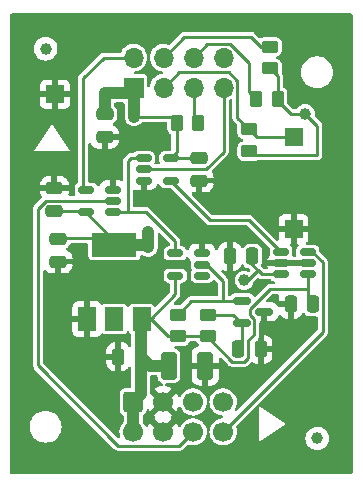
<source format=gbr>
%TF.GenerationSoftware,KiCad,Pcbnew,(7.0.0)*%
%TF.CreationDate,2023-04-05T21:34:04+03:00*%
%TF.ProjectId,cncd-esp01-board,636e6364-2d65-4737-9030-312d626f6172,rev?*%
%TF.SameCoordinates,Original*%
%TF.FileFunction,Copper,L1,Top*%
%TF.FilePolarity,Positive*%
%FSLAX46Y46*%
G04 Gerber Fmt 4.6, Leading zero omitted, Abs format (unit mm)*
G04 Created by KiCad (PCBNEW (7.0.0)) date 2023-04-05 21:34:04*
%MOMM*%
%LPD*%
G01*
G04 APERTURE LIST*
G04 Aperture macros list*
%AMRoundRect*
0 Rectangle with rounded corners*
0 $1 Rounding radius*
0 $2 $3 $4 $5 $6 $7 $8 $9 X,Y pos of 4 corners*
0 Add a 4 corners polygon primitive as box body*
4,1,4,$2,$3,$4,$5,$6,$7,$8,$9,$2,$3,0*
0 Add four circle primitives for the rounded corners*
1,1,$1+$1,$2,$3*
1,1,$1+$1,$4,$5*
1,1,$1+$1,$6,$7*
1,1,$1+$1,$8,$9*
0 Add four rect primitives between the rounded corners*
20,1,$1+$1,$2,$3,$4,$5,0*
20,1,$1+$1,$4,$5,$6,$7,0*
20,1,$1+$1,$6,$7,$8,$9,0*
20,1,$1+$1,$8,$9,$2,$3,0*%
G04 Aperture macros list end*
%TA.AperFunction,SMDPad,CuDef*%
%ADD10RoundRect,0.250000X-0.412500X-0.925000X0.412500X-0.925000X0.412500X0.925000X-0.412500X0.925000X0*%
%TD*%
%TA.AperFunction,SMDPad,CuDef*%
%ADD11R,1.500000X2.000000*%
%TD*%
%TA.AperFunction,SMDPad,CuDef*%
%ADD12R,3.800000X2.000000*%
%TD*%
%TA.AperFunction,SMDPad,CuDef*%
%ADD13C,1.000000*%
%TD*%
%TA.AperFunction,SMDPad,CuDef*%
%ADD14RoundRect,0.150000X-0.512500X-0.150000X0.512500X-0.150000X0.512500X0.150000X-0.512500X0.150000X0*%
%TD*%
%TA.AperFunction,SMDPad,CuDef*%
%ADD15RoundRect,0.150000X0.512500X0.150000X-0.512500X0.150000X-0.512500X-0.150000X0.512500X-0.150000X0*%
%TD*%
%TA.AperFunction,SMDPad,CuDef*%
%ADD16RoundRect,0.250000X-0.475000X0.250000X-0.475000X-0.250000X0.475000X-0.250000X0.475000X0.250000X0*%
%TD*%
%TA.AperFunction,SMDPad,CuDef*%
%ADD17RoundRect,0.150000X-0.587500X-0.150000X0.587500X-0.150000X0.587500X0.150000X-0.587500X0.150000X0*%
%TD*%
%TA.AperFunction,SMDPad,CuDef*%
%ADD18RoundRect,0.250000X0.475000X-0.250000X0.475000X0.250000X-0.475000X0.250000X-0.475000X-0.250000X0*%
%TD*%
%TA.AperFunction,SMDPad,CuDef*%
%ADD19RoundRect,0.250000X-0.250000X-0.475000X0.250000X-0.475000X0.250000X0.475000X-0.250000X0.475000X0*%
%TD*%
%TA.AperFunction,SMDPad,CuDef*%
%ADD20RoundRect,0.250000X0.250000X0.475000X-0.250000X0.475000X-0.250000X-0.475000X0.250000X-0.475000X0*%
%TD*%
%TA.AperFunction,SMDPad,CuDef*%
%ADD21RoundRect,0.250000X0.450000X-0.262500X0.450000X0.262500X-0.450000X0.262500X-0.450000X-0.262500X0*%
%TD*%
%TA.AperFunction,SMDPad,CuDef*%
%ADD22RoundRect,0.250000X-0.450000X0.262500X-0.450000X-0.262500X0.450000X-0.262500X0.450000X0.262500X0*%
%TD*%
%TA.AperFunction,SMDPad,CuDef*%
%ADD23RoundRect,0.250000X-0.262500X-0.450000X0.262500X-0.450000X0.262500X0.450000X-0.262500X0.450000X0*%
%TD*%
%TA.AperFunction,SMDPad,CuDef*%
%ADD24R,1.500000X1.500000*%
%TD*%
%TA.AperFunction,ComponentPad*%
%ADD25RoundRect,0.250000X-0.600000X0.600000X-0.600000X-0.600000X0.600000X-0.600000X0.600000X0.600000X0*%
%TD*%
%TA.AperFunction,ComponentPad*%
%ADD26C,1.700000*%
%TD*%
%TA.AperFunction,ComponentPad*%
%ADD27R,1.700000X1.700000*%
%TD*%
%TA.AperFunction,ComponentPad*%
%ADD28O,1.700000X1.700000*%
%TD*%
%TA.AperFunction,ViaPad*%
%ADD29C,1.000000*%
%TD*%
%TA.AperFunction,Conductor*%
%ADD30C,1.000000*%
%TD*%
%TA.AperFunction,Conductor*%
%ADD31C,0.250000*%
%TD*%
G04 APERTURE END LIST*
D10*
%TO.P,C9,1*%
%TO.N,+5V*%
X13448500Y-29845000D03*
%TO.P,C9,2*%
%TO.N,GND*%
X16523500Y-29845000D03*
%TD*%
D11*
%TO.P,U2,1,GND*%
%TO.N,GND*%
X6528999Y-25882999D03*
%TO.P,U2,2,VO*%
%TO.N,+3.3V*%
X8828999Y-25882999D03*
D12*
X8828999Y-19582999D03*
D11*
%TO.P,U2,3,VI*%
%TO.N,+5V*%
X11128999Y-25882999D03*
%TD*%
D13*
%TO.P,T2,*%
%TO.N,*%
X26000000Y-36000000D03*
%TD*%
D14*
%TO.P,U4,1,OE*%
%TO.N,S_EN*%
X11308500Y-12258000D03*
%TO.P,U4,2,A*%
%TO.N,TX_ESP*%
X11308500Y-13208000D03*
%TO.P,U4,3,GND*%
%TO.N,GND*%
X11308500Y-14158000D03*
%TO.P,U4,4,Y*%
%TO.N,RX_C_3.3*%
X13583500Y-14158000D03*
%TO.P,U4,5,VDD*%
%TO.N,+3.3V*%
X13583500Y-12258000D03*
%TD*%
D15*
%TO.P,U6,1,VCCA*%
%TO.N,+5V*%
X25206500Y-22098000D03*
%TO.P,U6,2,GND*%
%TO.N,GND*%
X25206500Y-21148000D03*
%TO.P,U6,3,A*%
%TO.N,RX_C*%
X25206500Y-20198000D03*
%TO.P,U6,4,B*%
%TO.N,RX_C_3.3*%
X22931500Y-20198000D03*
%TO.P,U6,5,DIR*%
%TO.N,GND*%
X22931500Y-21148000D03*
%TO.P,U6,6,VCCB*%
%TO.N,+3.3V*%
X22931500Y-22098000D03*
%TD*%
D13*
%TO.P,T1,*%
%TO.N,*%
X3000000Y-3000000D03*
%TD*%
D16*
%TO.P,C8,1*%
%TO.N,+3.3V*%
X8000000Y-8550000D03*
%TO.P,C8,2*%
%TO.N,GND*%
X8000000Y-10450000D03*
%TD*%
D17*
%TO.P,U1,1,K*%
%TO.N,Net-(U1-K)*%
X19624000Y-24323000D03*
%TO.P,U1,2,REF*%
%TO.N,Net-(U1-REF)*%
X19624000Y-26223000D03*
%TO.P,U1,3,A*%
%TO.N,GND*%
X21499000Y-25273000D03*
%TD*%
D18*
%TO.P,C4,1*%
%TO.N,+3.3V*%
X3749000Y-16698000D03*
%TO.P,C4,2*%
%TO.N,GND*%
X3749000Y-14798000D03*
%TD*%
D19*
%TO.P,C1,1*%
%TO.N,Net-(U1-REF)*%
X19309000Y-28448000D03*
%TO.P,C1,2*%
%TO.N,GND*%
X21209000Y-28448000D03*
%TD*%
D15*
%TO.P,U5,1,OE*%
%TO.N,S_EN*%
X8696500Y-16830500D03*
%TO.P,U5,2,A*%
%TO.N,TX_C*%
X8696500Y-15880500D03*
%TO.P,U5,3,GND*%
%TO.N,GND*%
X8696500Y-14930500D03*
%TO.P,U5,4,Y*%
%TO.N,RX_ESP*%
X6421500Y-14930500D03*
%TO.P,U5,5,VDD*%
%TO.N,+3.3V*%
X6421500Y-16830500D03*
%TD*%
D16*
%TO.P,C5,1*%
%TO.N,+3.3V*%
X16002000Y-12258000D03*
%TO.P,C5,2*%
%TO.N,GND*%
X16002000Y-14158000D03*
%TD*%
D20*
%TO.P,C2,1*%
%TO.N,+5V*%
X11049000Y-29083000D03*
%TO.P,C2,2*%
%TO.N,GND*%
X9149000Y-29083000D03*
%TD*%
D21*
%TO.P,R2,1*%
%TO.N,+5V*%
X14224000Y-27328500D03*
%TO.P,R2,2*%
%TO.N,Net-(U1-K)*%
X14224000Y-25503500D03*
%TD*%
D20*
%TO.P,C7,1*%
%TO.N,+3.3V*%
X20508000Y-20574000D03*
%TO.P,C7,2*%
%TO.N,GND*%
X18608000Y-20574000D03*
%TD*%
D22*
%TO.P,R6,1*%
%TO.N,Net-(J1-Pin_4)*%
X22000000Y-2837500D03*
%TO.P,R6,2*%
%TO.N,+3.3V*%
X22000000Y-4662500D03*
%TD*%
D21*
%TO.P,R4,1*%
%TO.N,+3.3V*%
X20250000Y-11662500D03*
%TO.P,R4,2*%
%TO.N,Net-(J1-Pin_3)*%
X20250000Y-9837500D03*
%TD*%
D23*
%TO.P,R5,1*%
%TO.N,Net-(J1-Pin_6)*%
X20837500Y-7250000D03*
%TO.P,R5,2*%
%TO.N,+3.3V*%
X22662500Y-7250000D03*
%TD*%
D20*
%TO.P,C6,1*%
%TO.N,+5V*%
X25654000Y-24638000D03*
%TO.P,C6,2*%
%TO.N,GND*%
X23754000Y-24638000D03*
%TD*%
D24*
%TO.P,SW1,1,1*%
%TO.N,GND*%
X23999999Y-18249999D03*
%TO.P,SW1,2,2*%
%TO.N,Net-(J1-Pin_3)*%
X23999999Y-10449999D03*
%TD*%
D23*
%TO.P,R3,1*%
%TO.N,+3.3V*%
X14087500Y-9250000D03*
%TO.P,R3,2*%
%TO.N,Net-(J1-Pin_5)*%
X15912500Y-9250000D03*
%TD*%
D21*
%TO.P,R1,1*%
%TO.N,+5V*%
X16764000Y-27328500D03*
%TO.P,R1,2*%
%TO.N,Net-(U1-REF)*%
X16764000Y-25503500D03*
%TD*%
D24*
%TO.P,REF\u002A\u002A,1*%
%TO.N,GND*%
X3809999Y-6857999D03*
%TD*%
D16*
%TO.P,C3,1*%
%TO.N,+3.3V*%
X4064000Y-19116000D03*
%TO.P,C3,2*%
%TO.N,GND*%
X4064000Y-21016000D03*
%TD*%
D15*
%TO.P,U3,1*%
%TO.N,unconnected-(U3-Pad1)*%
X16256000Y-22220000D03*
%TO.P,U3,2*%
%TO.N,Net-(U1-K)*%
X16256000Y-21270000D03*
%TO.P,U3,3*%
%TO.N,GND*%
X16256000Y-20320000D03*
%TO.P,U3,4*%
%TO.N,S_EN*%
X13981000Y-20320000D03*
%TO.P,U3,5*%
%TO.N,+5V*%
X13981000Y-22220000D03*
%TD*%
D25*
%TO.P,J2,1,Pin_1*%
%TO.N,+5V*%
X10414000Y-32893000D03*
D26*
%TO.P,J2,2,Pin_2*%
X10414000Y-35433000D03*
%TO.P,J2,3,Pin_3*%
%TO.N,GND*%
X12954000Y-32893000D03*
%TO.P,J2,4,Pin_4*%
X12954000Y-35433000D03*
%TO.P,J2,5,Pin_5*%
%TO.N,unconnected-(J2-Pin_5-Pad5)*%
X15494000Y-32893000D03*
%TO.P,J2,6,Pin_6*%
%TO.N,TX_C*%
X15494000Y-35433000D03*
%TO.P,J2,7,Pin_7*%
%TO.N,unconnected-(J2-Pin_7-Pad7)*%
X18034000Y-32893000D03*
%TO.P,J2,8,Pin_8*%
%TO.N,RX_C*%
X18034000Y-35433000D03*
%TD*%
D27*
%TO.P,J1,1,Pin_1*%
%TO.N,+3.3V*%
X10449999Y-6289999D03*
D28*
%TO.P,J1,2,Pin_2*%
%TO.N,RX_ESP*%
X10449999Y-3749999D03*
%TO.P,J1,3,Pin_3*%
%TO.N,Net-(J1-Pin_3)*%
X12989999Y-6289999D03*
%TO.P,J1,4,Pin_4*%
%TO.N,Net-(J1-Pin_4)*%
X12989999Y-3749999D03*
%TO.P,J1,5,Pin_5*%
%TO.N,Net-(J1-Pin_5)*%
X15529999Y-6289999D03*
%TO.P,J1,6,Pin_6*%
%TO.N,Net-(J1-Pin_6)*%
X15529999Y-3749999D03*
%TO.P,J1,7,Pin_7*%
%TO.N,TX_ESP*%
X18069999Y-6289999D03*
%TO.P,J1,8,Pin_8*%
%TO.N,GND*%
X18069999Y-3749999D03*
%TD*%
D29*
%TO.N,GND*%
X19812000Y-31242000D03*
X23749000Y-27305000D03*
X14000000Y-17000000D03*
X4000000Y-28500000D03*
X8500000Y-12000000D03*
X7000000Y-31500000D03*
%TO.N,+3.3V*%
X11684000Y-19812000D03*
X10500000Y-8750000D03*
X8000000Y-6750000D03*
X19812000Y-22606000D03*
X25000000Y-8500000D03*
X11684000Y-18542000D03*
%TD*%
D30*
%TO.N,+5V*%
X11811000Y-29845000D02*
X11049000Y-29083000D01*
X13448500Y-29845000D02*
X11811000Y-29845000D01*
D31*
%TO.N,Net-(U1-REF)*%
X19624000Y-28133000D02*
X19309000Y-28448000D01*
X16764000Y-25503500D02*
X18904500Y-25503500D01*
X19624000Y-26223000D02*
X19624000Y-28133000D01*
X18904500Y-25503500D02*
X19624000Y-26223000D01*
%TO.N,GND*%
X24130000Y-21148000D02*
X25206500Y-21148000D01*
X22931500Y-21148000D02*
X24130000Y-21148000D01*
%TO.N,+5V*%
X20134000Y-27734827D02*
X20134000Y-29161173D01*
X14224000Y-27328500D02*
X13341000Y-27328500D01*
D30*
X10414000Y-35433000D02*
X10414000Y-32893000D01*
X11049000Y-32258000D02*
X10414000Y-32893000D01*
D31*
X21994749Y-23368000D02*
X25206500Y-23368000D01*
X25206500Y-22098000D02*
X25206500Y-23368000D01*
X25206500Y-24190500D02*
X25654000Y-24638000D01*
X19797173Y-29498000D02*
X18820827Y-29498000D01*
X11129000Y-25883000D02*
X11895500Y-25883000D01*
X25206500Y-23368000D02*
X25206500Y-24190500D01*
D30*
X11049000Y-29083000D02*
X11049000Y-25963000D01*
D31*
X20333249Y-25029500D02*
X20333249Y-25522998D01*
X18820827Y-29498000D02*
X16764000Y-27441173D01*
X13341000Y-27328500D02*
X11895500Y-25883000D01*
D30*
X11049000Y-29083000D02*
X11049000Y-32258000D01*
D31*
X20333249Y-25522998D02*
X20686500Y-25876249D01*
X14224000Y-27328500D02*
X16764000Y-27328500D01*
D30*
X11049000Y-25963000D02*
X11129000Y-25883000D01*
D31*
X11895500Y-25883000D02*
X13981000Y-23797500D01*
X20686500Y-25876249D02*
X20686500Y-27182327D01*
X20134000Y-29161173D02*
X19797173Y-29498000D01*
X20333249Y-25029500D02*
X21994749Y-23368000D01*
X13981000Y-22220000D02*
X13981000Y-23797500D01*
X16764000Y-27441173D02*
X16764000Y-27328500D01*
X20686500Y-27182327D02*
X20134000Y-27734827D01*
%TO.N,+3.3V*%
X4130000Y-19050000D02*
X8296000Y-19050000D01*
X22662500Y-6500000D02*
X22662500Y-5325000D01*
X20508000Y-21270000D02*
X20994000Y-21756000D01*
D30*
X8000000Y-6750000D02*
X9990000Y-6750000D01*
D31*
X21336000Y-22098000D02*
X22931500Y-22098000D01*
D30*
X11684000Y-19812000D02*
X11684000Y-18542000D01*
D31*
X7750000Y-7000000D02*
X8000000Y-6750000D01*
X23750000Y-8500000D02*
X22662500Y-7412500D01*
X19812000Y-22606000D02*
X20144000Y-22606000D01*
X14087500Y-9250000D02*
X14087500Y-11754000D01*
X20144000Y-22606000D02*
X20994000Y-21756000D01*
X16002000Y-12258000D02*
X13583500Y-12258000D01*
X20587500Y-12000000D02*
X26000000Y-12000000D01*
X26000000Y-9500000D02*
X25000000Y-8500000D01*
X22662500Y-7412500D02*
X22662500Y-6500000D01*
D30*
X10500000Y-6340000D02*
X10450000Y-6290000D01*
D31*
X20250000Y-11662500D02*
X20587500Y-12000000D01*
X8296000Y-19050000D02*
X8829000Y-19583000D01*
D30*
X10500000Y-8750000D02*
X10500000Y-6340000D01*
D31*
X20508000Y-20574000D02*
X20508000Y-21270000D01*
X10500000Y-8750000D02*
X13587500Y-8750000D01*
X25000000Y-8500000D02*
X23750000Y-8500000D01*
X13587500Y-8750000D02*
X14087500Y-9250000D01*
X10750000Y-9000000D02*
X10500000Y-8750000D01*
X3749000Y-16698000D02*
X6289000Y-16698000D01*
X8829000Y-19238000D02*
X6421500Y-16830500D01*
D30*
X8000000Y-6750000D02*
X8000000Y-8550000D01*
X11455000Y-19583000D02*
X11684000Y-19812000D01*
D31*
X20994000Y-21756000D02*
X21336000Y-22098000D01*
X22662500Y-5325000D02*
X22000000Y-4662500D01*
X14087500Y-11754000D02*
X13583500Y-12258000D01*
D30*
X8829000Y-19583000D02*
X11455000Y-19583000D01*
D31*
X26000000Y-12000000D02*
X26000000Y-9500000D01*
X13583500Y-12258000D02*
X13583500Y-12070500D01*
D30*
X9990000Y-6750000D02*
X10450000Y-6290000D01*
D31*
X8829000Y-19583000D02*
X8829000Y-19238000D01*
X4064000Y-17013000D02*
X3749000Y-16698000D01*
X6289000Y-16698000D02*
X6421500Y-16830500D01*
X4064000Y-19116000D02*
X4130000Y-19050000D01*
%TO.N,TX_ESP*%
X16590173Y-13208000D02*
X18070000Y-11728173D01*
X11308500Y-13208000D02*
X16590173Y-13208000D01*
X18070000Y-11728173D02*
X18070000Y-6290000D01*
X11308500Y-13208000D02*
X10924249Y-13208000D01*
%TO.N,Net-(J1-Pin_3)*%
X19245000Y-5745000D02*
X19245000Y-8832500D01*
X20862500Y-10450000D02*
X24000000Y-10450000D01*
X19245000Y-8832500D02*
X20250000Y-9837500D01*
X14280000Y-5000000D02*
X18500000Y-5000000D01*
X20250000Y-9837500D02*
X20862500Y-10450000D01*
X18500000Y-5000000D02*
X19245000Y-5745000D01*
X12990000Y-6290000D02*
X14280000Y-5000000D01*
%TO.N,Net-(J1-Pin_4)*%
X21250000Y-2837500D02*
X20412500Y-2000000D01*
X20412500Y-2000000D02*
X14740000Y-2000000D01*
X14740000Y-2000000D02*
X12990000Y-3750000D01*
%TO.N,Net-(J1-Pin_5)*%
X15912500Y-9250000D02*
X15530000Y-8867500D01*
X15530000Y-8867500D02*
X15530000Y-6290000D01*
%TO.N,Net-(J1-Pin_6)*%
X15530000Y-3750000D02*
X16705000Y-2575000D01*
X20225000Y-6637500D02*
X20837500Y-7250000D01*
X18625000Y-2575000D02*
X20225000Y-4175000D01*
X16705000Y-2575000D02*
X18625000Y-2575000D01*
X20225000Y-4175000D02*
X20225000Y-6637500D01*
%TO.N,RX_ESP*%
X7918000Y-3750000D02*
X6200000Y-5468000D01*
X6200000Y-14709000D02*
X6421500Y-14930500D01*
X10450000Y-3750000D02*
X7918000Y-3750000D01*
X6200000Y-5468000D02*
X6200000Y-14709000D01*
%TO.N,TX_C*%
X9176000Y-36608000D02*
X2379000Y-29811000D01*
X2379000Y-29811000D02*
X2379000Y-16529827D01*
X8689000Y-15873000D02*
X8696500Y-15880500D01*
X3035827Y-15873000D02*
X8689000Y-15873000D01*
X14319000Y-36608000D02*
X9176000Y-36608000D01*
X2379000Y-16529827D02*
X3035827Y-15873000D01*
X15494000Y-35433000D02*
X14319000Y-36608000D01*
%TO.N,RX_C*%
X26479000Y-21086249D02*
X26479000Y-26988000D01*
X26479000Y-26988000D02*
X18034000Y-35433000D01*
X25206500Y-20198000D02*
X25590751Y-20198000D01*
X25590751Y-20198000D02*
X26479000Y-21086249D01*
%TO.N,Net-(U1-K)*%
X19563000Y-24384000D02*
X19624000Y-24323000D01*
X15343500Y-24384000D02*
X18034000Y-24384000D01*
X16256000Y-21270000D02*
X16640251Y-21270000D01*
X16640251Y-21270000D02*
X18034000Y-22663749D01*
X14224000Y-25503500D02*
X15343500Y-24384000D01*
X18034000Y-22663749D02*
X18034000Y-24384000D01*
X18034000Y-24384000D02*
X19563000Y-24384000D01*
%TO.N,S_EN*%
X10242000Y-12258000D02*
X10000000Y-12500000D01*
X11308500Y-12258000D02*
X11692751Y-12258000D01*
X11308500Y-12258000D02*
X10242000Y-12258000D01*
X10000000Y-12500000D02*
X10000000Y-16750000D01*
X13981000Y-20320000D02*
X13981000Y-19315000D01*
X13981000Y-19315000D02*
X11496500Y-16830500D01*
X8696500Y-16830500D02*
X11496500Y-16830500D01*
%TO.N,RX_C_3.3*%
X13583500Y-14158000D02*
X16951500Y-17526000D01*
X16951500Y-17526000D02*
X20259500Y-17526000D01*
X22931500Y-20198000D02*
X20259500Y-17526000D01*
%TD*%
%TA.AperFunction,Conductor*%
%TO.N,GND*%
G36*
X12646818Y-18601679D02*
G01*
X12696181Y-18631929D01*
X13519181Y-19454929D01*
X13546061Y-19495157D01*
X13555500Y-19542610D01*
X13555500Y-19595500D01*
X13538887Y-19657500D01*
X13493500Y-19702887D01*
X13431500Y-19719500D01*
X13414234Y-19719500D01*
X13411359Y-19719769D01*
X13411350Y-19719770D01*
X13391312Y-19721649D01*
X13391307Y-19721650D01*
X13383801Y-19722354D01*
X13376689Y-19724842D01*
X13376682Y-19724844D01*
X13264386Y-19764138D01*
X13264380Y-19764140D01*
X13255618Y-19767207D01*
X13248146Y-19772720D01*
X13248141Y-19772724D01*
X13153827Y-19842331D01*
X13153824Y-19842333D01*
X13146350Y-19847850D01*
X13140833Y-19855324D01*
X13140831Y-19855327D01*
X13071224Y-19949641D01*
X13071220Y-19949646D01*
X13065707Y-19957118D01*
X13062640Y-19965880D01*
X13062638Y-19965886D01*
X13023344Y-20078182D01*
X13023342Y-20078189D01*
X13020854Y-20085301D01*
X13020150Y-20092807D01*
X13020149Y-20092812D01*
X13018270Y-20112850D01*
X13018000Y-20115734D01*
X13018000Y-20524266D01*
X13018269Y-20527141D01*
X13018270Y-20527149D01*
X13020149Y-20547187D01*
X13020149Y-20547191D01*
X13020854Y-20554699D01*
X13023342Y-20561811D01*
X13023344Y-20561817D01*
X13062638Y-20674113D01*
X13062639Y-20674116D01*
X13065707Y-20682882D01*
X13071222Y-20690355D01*
X13071224Y-20690358D01*
X13134443Y-20776017D01*
X13146350Y-20792150D01*
X13154954Y-20798500D01*
X13244844Y-20864842D01*
X13255618Y-20872793D01*
X13383801Y-20917646D01*
X13414234Y-20920500D01*
X14544873Y-20920500D01*
X14547766Y-20920500D01*
X14578199Y-20917646D01*
X14706382Y-20872793D01*
X14815650Y-20792150D01*
X14896293Y-20682882D01*
X14899364Y-20674104D01*
X14902353Y-20668450D01*
X14940940Y-20624760D01*
X14995227Y-20603528D01*
X15053216Y-20609446D01*
X15102095Y-20641207D01*
X15131060Y-20691793D01*
X15140042Y-20722708D01*
X15146189Y-20736912D01*
X15221844Y-20864838D01*
X15231335Y-20877074D01*
X15265495Y-20911234D01*
X15296805Y-20964029D01*
X15298959Y-21025373D01*
X15298346Y-21028178D01*
X15295854Y-21035301D01*
X15295150Y-21042813D01*
X15295149Y-21042818D01*
X15294217Y-21052761D01*
X15293000Y-21065734D01*
X15293000Y-21474266D01*
X15293269Y-21477141D01*
X15293270Y-21477149D01*
X15295149Y-21497187D01*
X15295149Y-21497191D01*
X15295854Y-21504699D01*
X15298342Y-21511811D01*
X15298344Y-21511817D01*
X15337638Y-21624113D01*
X15337639Y-21624116D01*
X15340707Y-21632882D01*
X15346222Y-21640355D01*
X15346224Y-21640358D01*
X15369110Y-21671367D01*
X15390566Y-21718917D01*
X15390566Y-21771083D01*
X15369110Y-21818633D01*
X15346224Y-21849641D01*
X15346220Y-21849646D01*
X15340707Y-21857118D01*
X15337640Y-21865880D01*
X15337638Y-21865886D01*
X15298344Y-21978182D01*
X15298342Y-21978189D01*
X15295854Y-21985301D01*
X15295150Y-21992807D01*
X15295149Y-21992812D01*
X15293270Y-22012850D01*
X15293000Y-22015734D01*
X15293000Y-22424266D01*
X15293269Y-22427141D01*
X15293270Y-22427149D01*
X15295149Y-22447187D01*
X15295149Y-22447191D01*
X15295854Y-22454699D01*
X15298342Y-22461811D01*
X15298344Y-22461817D01*
X15337638Y-22574113D01*
X15337639Y-22574116D01*
X15340707Y-22582882D01*
X15346222Y-22590355D01*
X15346224Y-22590358D01*
X15402019Y-22665957D01*
X15421350Y-22692150D01*
X15530618Y-22772793D01*
X15658801Y-22817646D01*
X15689234Y-22820500D01*
X16819873Y-22820500D01*
X16822766Y-22820500D01*
X16853199Y-22817646D01*
X16981382Y-22772793D01*
X17090650Y-22692150D01*
X17162205Y-22595194D01*
X17201990Y-22560304D01*
X17252705Y-22545178D01*
X17305108Y-22552576D01*
X17349653Y-22581150D01*
X17572181Y-22803678D01*
X17599061Y-22843906D01*
X17608500Y-22891359D01*
X17608500Y-23834500D01*
X17591887Y-23896500D01*
X17546500Y-23941887D01*
X17484500Y-23958500D01*
X15410893Y-23958500D01*
X15276107Y-23958500D01*
X15266828Y-23961514D01*
X15266827Y-23961515D01*
X15253136Y-23965963D01*
X15234226Y-23970503D01*
X15222409Y-23972374D01*
X15210374Y-23974281D01*
X15201683Y-23978708D01*
X15201680Y-23978710D01*
X15188857Y-23985244D01*
X15170888Y-23992687D01*
X15157196Y-23997136D01*
X15157192Y-23997137D01*
X15147919Y-24000151D01*
X15140030Y-24005882D01*
X15140025Y-24005885D01*
X15128382Y-24014344D01*
X15111803Y-24024504D01*
X15098974Y-24031041D01*
X15098969Y-24031044D01*
X15090280Y-24035472D01*
X15083382Y-24042369D01*
X15083379Y-24042372D01*
X14471571Y-24654181D01*
X14431343Y-24681061D01*
X14383890Y-24690500D01*
X13989109Y-24690500D01*
X13932814Y-24676985D01*
X13888791Y-24639385D01*
X13866636Y-24585898D01*
X13871178Y-24528182D01*
X13901428Y-24478819D01*
X13995699Y-24384549D01*
X14305553Y-24074695D01*
X14305554Y-24074692D01*
X14329528Y-24050720D01*
X14340494Y-24029196D01*
X14350653Y-24012619D01*
X14364849Y-23993081D01*
X14372312Y-23970107D01*
X14379756Y-23952139D01*
X14390719Y-23930626D01*
X14394496Y-23906772D01*
X14399038Y-23887854D01*
X14406500Y-23864893D01*
X14406500Y-23730107D01*
X14406500Y-22944500D01*
X14423113Y-22882500D01*
X14468500Y-22837113D01*
X14530500Y-22820500D01*
X14544873Y-22820500D01*
X14547766Y-22820500D01*
X14578199Y-22817646D01*
X14706382Y-22772793D01*
X14815650Y-22692150D01*
X14896293Y-22582882D01*
X14941146Y-22454699D01*
X14944000Y-22424266D01*
X14944000Y-22015734D01*
X14941146Y-21985301D01*
X14896293Y-21857118D01*
X14886375Y-21843680D01*
X14850853Y-21795549D01*
X14815650Y-21747850D01*
X14789017Y-21728194D01*
X14713858Y-21672724D01*
X14713855Y-21672722D01*
X14706382Y-21667207D01*
X14697616Y-21664139D01*
X14697613Y-21664138D01*
X14585317Y-21624844D01*
X14585311Y-21624842D01*
X14578199Y-21622354D01*
X14570691Y-21621649D01*
X14570687Y-21621649D01*
X14550649Y-21619770D01*
X14550641Y-21619769D01*
X14547766Y-21619500D01*
X13414234Y-21619500D01*
X13411359Y-21619769D01*
X13411350Y-21619770D01*
X13391312Y-21621649D01*
X13391307Y-21621650D01*
X13383801Y-21622354D01*
X13376689Y-21624842D01*
X13376682Y-21624844D01*
X13264386Y-21664138D01*
X13264380Y-21664140D01*
X13255618Y-21667207D01*
X13248146Y-21672720D01*
X13248141Y-21672724D01*
X13153827Y-21742331D01*
X13153824Y-21742333D01*
X13146350Y-21747850D01*
X13140833Y-21755324D01*
X13140831Y-21755327D01*
X13071224Y-21849641D01*
X13071220Y-21849646D01*
X13065707Y-21857118D01*
X13062640Y-21865880D01*
X13062638Y-21865886D01*
X13023344Y-21978182D01*
X13023342Y-21978189D01*
X13020854Y-21985301D01*
X13020150Y-21992807D01*
X13020149Y-21992812D01*
X13018270Y-22012850D01*
X13018000Y-22015734D01*
X13018000Y-22424266D01*
X13018269Y-22427141D01*
X13018270Y-22427149D01*
X13020149Y-22447187D01*
X13020149Y-22447191D01*
X13020854Y-22454699D01*
X13023342Y-22461811D01*
X13023344Y-22461817D01*
X13062638Y-22574113D01*
X13062639Y-22574116D01*
X13065707Y-22582882D01*
X13071222Y-22590355D01*
X13071224Y-22590358D01*
X13127019Y-22665957D01*
X13146350Y-22692150D01*
X13255618Y-22772793D01*
X13383801Y-22817646D01*
X13414234Y-22820500D01*
X13431500Y-22820500D01*
X13493500Y-22837113D01*
X13538887Y-22882500D01*
X13555500Y-22944500D01*
X13555500Y-23569890D01*
X13546061Y-23617343D01*
X13519181Y-23657571D01*
X12361910Y-24814840D01*
X12310909Y-24845610D01*
X12251444Y-24849048D01*
X12197237Y-24824361D01*
X12160795Y-24777245D01*
X12135849Y-24720749D01*
X12135847Y-24720746D01*
X12131206Y-24710235D01*
X12051765Y-24630794D01*
X12036833Y-24624201D01*
X11957522Y-24589181D01*
X11957517Y-24589179D01*
X11948991Y-24585415D01*
X11939726Y-24584340D01*
X11927414Y-24582911D01*
X11927401Y-24582910D01*
X11923865Y-24582500D01*
X11920290Y-24582500D01*
X10337714Y-24582500D01*
X10337696Y-24582500D01*
X10334136Y-24582501D01*
X10330589Y-24582912D01*
X10330577Y-24582913D01*
X10318277Y-24584340D01*
X10318275Y-24584340D01*
X10309009Y-24585415D01*
X10300479Y-24589180D01*
X10300476Y-24589182D01*
X10216745Y-24626153D01*
X10216743Y-24626154D01*
X10206235Y-24630794D01*
X10198112Y-24638916D01*
X10198109Y-24638919D01*
X10134919Y-24702109D01*
X10134916Y-24702112D01*
X10126794Y-24710235D01*
X10122154Y-24720743D01*
X10122151Y-24720748D01*
X10092434Y-24788051D01*
X10058217Y-24833362D01*
X10007390Y-24858670D01*
X9950610Y-24858670D01*
X9899783Y-24833362D01*
X9865566Y-24788051D01*
X9835848Y-24720748D01*
X9835847Y-24720747D01*
X9831206Y-24710235D01*
X9751765Y-24630794D01*
X9736833Y-24624201D01*
X9657522Y-24589181D01*
X9657517Y-24589179D01*
X9648991Y-24585415D01*
X9639726Y-24584340D01*
X9627414Y-24582911D01*
X9627401Y-24582910D01*
X9623865Y-24582500D01*
X9620290Y-24582500D01*
X8037714Y-24582500D01*
X8037696Y-24582500D01*
X8034136Y-24582501D01*
X8030589Y-24582912D01*
X8030577Y-24582913D01*
X8018277Y-24584340D01*
X8018275Y-24584340D01*
X8009009Y-24585415D01*
X8000479Y-24589180D01*
X8000476Y-24589182D01*
X7916745Y-24626153D01*
X7916743Y-24626154D01*
X7906235Y-24630794D01*
X7898112Y-24638916D01*
X7898109Y-24638919D01*
X7897928Y-24639101D01*
X7897517Y-24639325D01*
X7888632Y-24645412D01*
X7888015Y-24644512D01*
X7836606Y-24672581D01*
X7766917Y-24667595D01*
X7710986Y-24625725D01*
X7641505Y-24532911D01*
X7629092Y-24520498D01*
X7528189Y-24444962D01*
X7512777Y-24436547D01*
X7393641Y-24392111D01*
X7378667Y-24388573D01*
X7330114Y-24383353D01*
X7323518Y-24383000D01*
X6795326Y-24383000D01*
X6782450Y-24386450D01*
X6779000Y-24399326D01*
X6779000Y-27366674D01*
X6782450Y-27379549D01*
X6795326Y-27383000D01*
X7323518Y-27383000D01*
X7330114Y-27382646D01*
X7378667Y-27377426D01*
X7393641Y-27373888D01*
X7512777Y-27329452D01*
X7528189Y-27321037D01*
X7629092Y-27245501D01*
X7641501Y-27233092D01*
X7710985Y-27140274D01*
X7766919Y-27098403D01*
X7836610Y-27093419D01*
X7888015Y-27121488D01*
X7888632Y-27120588D01*
X7897533Y-27126685D01*
X7897933Y-27126904D01*
X7906235Y-27135206D01*
X7942762Y-27151334D01*
X8000477Y-27176818D01*
X8000478Y-27176818D01*
X8009009Y-27180585D01*
X8034135Y-27183500D01*
X9623864Y-27183499D01*
X9648991Y-27180585D01*
X9751765Y-27135206D01*
X9831206Y-27055765D01*
X9865565Y-26977948D01*
X9899783Y-26932638D01*
X9950610Y-26907329D01*
X10007390Y-26907329D01*
X10058217Y-26932638D01*
X10092434Y-26977948D01*
X10126794Y-27055765D01*
X10134919Y-27063890D01*
X10206235Y-27135206D01*
X10205037Y-27136403D01*
X10234194Y-27169139D01*
X10248500Y-27226960D01*
X10248500Y-28119377D01*
X10232246Y-28180751D01*
X10187745Y-28226036D01*
X10126664Y-28243358D01*
X10065015Y-28228178D01*
X10018961Y-28184474D01*
X9995109Y-28145805D01*
X9986205Y-28134544D01*
X9872455Y-28020794D01*
X9861194Y-28011890D01*
X9724266Y-27927432D01*
X9711267Y-27921370D01*
X9558125Y-27870624D01*
X9544958Y-27867805D01*
X9452109Y-27858319D01*
X9445832Y-27858000D01*
X9415326Y-27858000D01*
X9402450Y-27861450D01*
X9399000Y-27874326D01*
X9399000Y-30291673D01*
X9402450Y-30304548D01*
X9415326Y-30307999D01*
X9445829Y-30307999D01*
X9452111Y-30307678D01*
X9544959Y-30298194D01*
X9558122Y-30295376D01*
X9711267Y-30244629D01*
X9724266Y-30238567D01*
X9861194Y-30154109D01*
X9872455Y-30145205D01*
X9986205Y-30031455D01*
X9995109Y-30020194D01*
X10018961Y-29981526D01*
X10065015Y-29937822D01*
X10126664Y-29922642D01*
X10187745Y-29939964D01*
X10232246Y-29985249D01*
X10248500Y-30046623D01*
X10248500Y-31618500D01*
X10231887Y-31680500D01*
X10186500Y-31725887D01*
X10124500Y-31742500D01*
X9770898Y-31742500D01*
X9767233Y-31742940D01*
X9767218Y-31742941D01*
X9690331Y-31752174D01*
X9690324Y-31752175D01*
X9682436Y-31753123D01*
X9675040Y-31756039D01*
X9675038Y-31756040D01*
X9549551Y-31805526D01*
X9549548Y-31805527D01*
X9541658Y-31808639D01*
X9534899Y-31813764D01*
X9534898Y-31813765D01*
X9427835Y-31894953D01*
X9427830Y-31894957D01*
X9421078Y-31900078D01*
X9415957Y-31906830D01*
X9415953Y-31906835D01*
X9367335Y-31970948D01*
X9329639Y-32020658D01*
X9326527Y-32028548D01*
X9326526Y-32028551D01*
X9292596Y-32114593D01*
X9274123Y-32161436D01*
X9273175Y-32169324D01*
X9273174Y-32169331D01*
X9263941Y-32246218D01*
X9263940Y-32246233D01*
X9263500Y-32249898D01*
X9263500Y-33536102D01*
X9263940Y-33539767D01*
X9263941Y-33539781D01*
X9273174Y-33616668D01*
X9273175Y-33616674D01*
X9274123Y-33624564D01*
X9329639Y-33765342D01*
X9421078Y-33885922D01*
X9541658Y-33977361D01*
X9549548Y-33980472D01*
X9550273Y-33980880D01*
X9596532Y-34026355D01*
X9613500Y-34088966D01*
X9613500Y-34551187D01*
X9602934Y-34601273D01*
X9573038Y-34642824D01*
X9564368Y-34650726D01*
X9564361Y-34650734D01*
X9560128Y-34654593D01*
X9556676Y-34659164D01*
X9556670Y-34659171D01*
X9435086Y-34820173D01*
X9435083Y-34820177D01*
X9431634Y-34824745D01*
X9429084Y-34829867D01*
X9429079Y-34829875D01*
X9346730Y-34995256D01*
X9336595Y-35015611D01*
X9335027Y-35021119D01*
X9335024Y-35021129D01*
X9279814Y-35215168D01*
X9279811Y-35215179D01*
X9278244Y-35220690D01*
X9277714Y-35226400D01*
X9277714Y-35226405D01*
X9259100Y-35427291D01*
X9258571Y-35433000D01*
X9259100Y-35438709D01*
X9276000Y-35621100D01*
X9278244Y-35645310D01*
X9279812Y-35650821D01*
X9279814Y-35650831D01*
X9331781Y-35833470D01*
X9332676Y-35898020D01*
X9301003Y-35954272D01*
X9245346Y-35986980D01*
X9180791Y-35987278D01*
X9124834Y-35955086D01*
X2840819Y-29671071D01*
X2813939Y-29630843D01*
X2808764Y-29604829D01*
X8149001Y-29604829D01*
X8149321Y-29611111D01*
X8158805Y-29703959D01*
X8161623Y-29717122D01*
X8212370Y-29870267D01*
X8218432Y-29883266D01*
X8302890Y-30020194D01*
X8311794Y-30031455D01*
X8425544Y-30145205D01*
X8436805Y-30154109D01*
X8573733Y-30238567D01*
X8586732Y-30244629D01*
X8739874Y-30295375D01*
X8753041Y-30298194D01*
X8845890Y-30307680D01*
X8852168Y-30308000D01*
X8882674Y-30308000D01*
X8895549Y-30304549D01*
X8899000Y-30291674D01*
X8899000Y-29349326D01*
X8895549Y-29336450D01*
X8882674Y-29333000D01*
X8165327Y-29333000D01*
X8152451Y-29336450D01*
X8149001Y-29349326D01*
X8149001Y-29604829D01*
X2808764Y-29604829D01*
X2804500Y-29583390D01*
X2804500Y-28816674D01*
X8149000Y-28816674D01*
X8152450Y-28829549D01*
X8165326Y-28833000D01*
X8882674Y-28833000D01*
X8895549Y-28829549D01*
X8899000Y-28816674D01*
X8899000Y-27874327D01*
X8895549Y-27861451D01*
X8882674Y-27858001D01*
X8852171Y-27858001D01*
X8845888Y-27858321D01*
X8753040Y-27867805D01*
X8739877Y-27870623D01*
X8586732Y-27921370D01*
X8573733Y-27927432D01*
X8436805Y-28011890D01*
X8425544Y-28020794D01*
X8311794Y-28134544D01*
X8302890Y-28145805D01*
X8218432Y-28282733D01*
X8212370Y-28295732D01*
X8161624Y-28448874D01*
X8158805Y-28462041D01*
X8149319Y-28554890D01*
X8149000Y-28561168D01*
X8149000Y-28816674D01*
X2804500Y-28816674D01*
X2804500Y-26927518D01*
X5279000Y-26927518D01*
X5279353Y-26934114D01*
X5284573Y-26982667D01*
X5288111Y-26997641D01*
X5332547Y-27116777D01*
X5340962Y-27132189D01*
X5416498Y-27233092D01*
X5428907Y-27245501D01*
X5529810Y-27321037D01*
X5545222Y-27329452D01*
X5664358Y-27373888D01*
X5679332Y-27377426D01*
X5727885Y-27382646D01*
X5734482Y-27383000D01*
X6262674Y-27383000D01*
X6275549Y-27379549D01*
X6279000Y-27366674D01*
X6279000Y-26149326D01*
X6275549Y-26136450D01*
X6262674Y-26133000D01*
X5295326Y-26133000D01*
X5282450Y-26136450D01*
X5279000Y-26149326D01*
X5279000Y-26927518D01*
X2804500Y-26927518D01*
X2804500Y-25616674D01*
X5279000Y-25616674D01*
X5282450Y-25629549D01*
X5295326Y-25633000D01*
X6262674Y-25633000D01*
X6275549Y-25629549D01*
X6279000Y-25616674D01*
X6279000Y-24399326D01*
X6275549Y-24386450D01*
X6262674Y-24383000D01*
X5734482Y-24383000D01*
X5727885Y-24383353D01*
X5679332Y-24388573D01*
X5664358Y-24392111D01*
X5545222Y-24436547D01*
X5529810Y-24444962D01*
X5428907Y-24520498D01*
X5416498Y-24532907D01*
X5340962Y-24633810D01*
X5332547Y-24649222D01*
X5288111Y-24768358D01*
X5284573Y-24783332D01*
X5279353Y-24831885D01*
X5279000Y-24838482D01*
X5279000Y-25616674D01*
X2804500Y-25616674D01*
X2804500Y-21841523D01*
X2818015Y-21785228D01*
X2855615Y-21741205D01*
X2909102Y-21719050D01*
X2966818Y-21723592D01*
X3016181Y-21753842D01*
X3115544Y-21853205D01*
X3126805Y-21862109D01*
X3263733Y-21946567D01*
X3276732Y-21952629D01*
X3429874Y-22003375D01*
X3443041Y-22006194D01*
X3535890Y-22015680D01*
X3542168Y-22016000D01*
X3797674Y-22016000D01*
X3810549Y-22012549D01*
X3814000Y-21999674D01*
X3814000Y-21999673D01*
X4314000Y-21999673D01*
X4317450Y-22012548D01*
X4330326Y-22015999D01*
X4585829Y-22015999D01*
X4592111Y-22015678D01*
X4684959Y-22006194D01*
X4698122Y-22003376D01*
X4851267Y-21952629D01*
X4864266Y-21946567D01*
X5001194Y-21862109D01*
X5012455Y-21853205D01*
X5126205Y-21739455D01*
X5135109Y-21728194D01*
X5219567Y-21591266D01*
X5225629Y-21578267D01*
X5276375Y-21425125D01*
X5279194Y-21411958D01*
X5288680Y-21319109D01*
X5289000Y-21312832D01*
X5289000Y-21282326D01*
X5285549Y-21269450D01*
X5272674Y-21266000D01*
X4330326Y-21266000D01*
X4317450Y-21269450D01*
X4314000Y-21282326D01*
X4314000Y-21999673D01*
X3814000Y-21999673D01*
X3814000Y-20890000D01*
X3830613Y-20828000D01*
X3876000Y-20782613D01*
X3938000Y-20766000D01*
X5272673Y-20766000D01*
X5285548Y-20762549D01*
X5288999Y-20749674D01*
X5288999Y-20719171D01*
X5288678Y-20712888D01*
X5279194Y-20620040D01*
X5276376Y-20606877D01*
X5225629Y-20453732D01*
X5219567Y-20440733D01*
X5135109Y-20303805D01*
X5126205Y-20292544D01*
X5012455Y-20178794D01*
X5001194Y-20169890D01*
X4864266Y-20085432D01*
X4851266Y-20079369D01*
X4834757Y-20073899D01*
X4786391Y-20044182D01*
X4756335Y-19996025D01*
X4750890Y-19939521D01*
X4771196Y-19886510D01*
X4809937Y-19850914D01*
X4811342Y-19850361D01*
X4931922Y-19758922D01*
X5023361Y-19638342D01*
X5056619Y-19554004D01*
X5083297Y-19512823D01*
X5123867Y-19485211D01*
X5171971Y-19475500D01*
X6504500Y-19475500D01*
X6566500Y-19492113D01*
X6611887Y-19537500D01*
X6628500Y-19599500D01*
X6628500Y-20624285D01*
X6628500Y-20624302D01*
X6628501Y-20627864D01*
X6628912Y-20631411D01*
X6628913Y-20631422D01*
X6630048Y-20641207D01*
X6631415Y-20652991D01*
X6635181Y-20661521D01*
X6635182Y-20661523D01*
X6640741Y-20674113D01*
X6676794Y-20755765D01*
X6756235Y-20835206D01*
X6800016Y-20854537D01*
X6850477Y-20876818D01*
X6850478Y-20876818D01*
X6859009Y-20880585D01*
X6884135Y-20883500D01*
X10773864Y-20883499D01*
X10798991Y-20880585D01*
X10901765Y-20835206D01*
X10981206Y-20755765D01*
X11026585Y-20652991D01*
X11029500Y-20627865D01*
X11029500Y-20571421D01*
X11048506Y-20505449D01*
X11099699Y-20459701D01*
X11167384Y-20448201D01*
X11230812Y-20474473D01*
X11255413Y-20494092D01*
X11261679Y-20497109D01*
X11261688Y-20497115D01*
X11289908Y-20510704D01*
X11302068Y-20517424D01*
X11334478Y-20537789D01*
X11370608Y-20550431D01*
X11383447Y-20555749D01*
X11411667Y-20569340D01*
X11411670Y-20569341D01*
X11417939Y-20572360D01*
X11455266Y-20580879D01*
X11468613Y-20584725D01*
X11498170Y-20595068D01*
X11498175Y-20595069D01*
X11504745Y-20597368D01*
X11542778Y-20601653D01*
X11556484Y-20603981D01*
X11593806Y-20612500D01*
X11632086Y-20612500D01*
X11645968Y-20613279D01*
X11684000Y-20617565D01*
X11722031Y-20613279D01*
X11735914Y-20612500D01*
X11767233Y-20612500D01*
X11774194Y-20612500D01*
X11811523Y-20603979D01*
X11825197Y-20601655D01*
X11863255Y-20597368D01*
X11899403Y-20584718D01*
X11912726Y-20580881D01*
X11950061Y-20572360D01*
X11984551Y-20555749D01*
X11997402Y-20550427D01*
X12006662Y-20547187D01*
X12033522Y-20537789D01*
X12065926Y-20517427D01*
X12078098Y-20510699D01*
X12095726Y-20502211D01*
X12106314Y-20497113D01*
X12106315Y-20497112D01*
X12112587Y-20494092D01*
X12142520Y-20470220D01*
X12153849Y-20462181D01*
X12186262Y-20441816D01*
X12213326Y-20414750D01*
X12223684Y-20405493D01*
X12253621Y-20381621D01*
X12277493Y-20351684D01*
X12286752Y-20341325D01*
X12313816Y-20314262D01*
X12334181Y-20281849D01*
X12342220Y-20270520D01*
X12366092Y-20240587D01*
X12382699Y-20206098D01*
X12389428Y-20193925D01*
X12391595Y-20190477D01*
X12409789Y-20161522D01*
X12422427Y-20125400D01*
X12427750Y-20112550D01*
X12444360Y-20078061D01*
X12452881Y-20040726D01*
X12456718Y-20027403D01*
X12469368Y-19991255D01*
X12473655Y-19953197D01*
X12475980Y-19939521D01*
X12484500Y-19902194D01*
X12484500Y-19863914D01*
X12485280Y-19850031D01*
X12485821Y-19845234D01*
X12489565Y-19812000D01*
X12485279Y-19773968D01*
X12484500Y-19760086D01*
X12484500Y-18719610D01*
X12498015Y-18663315D01*
X12535615Y-18619292D01*
X12589102Y-18597137D01*
X12646818Y-18601679D01*
G37*
%TD.AperFunction*%
%TA.AperFunction,Conductor*%
G36*
X11496500Y-13924613D02*
G01*
X11541887Y-13970000D01*
X11558500Y-14032000D01*
X11558500Y-14941674D01*
X11561950Y-14954549D01*
X11574826Y-14958000D01*
X11884197Y-14958000D01*
X11889076Y-14957808D01*
X11917173Y-14955597D01*
X11929579Y-14953331D01*
X12073705Y-14911458D01*
X12087912Y-14905310D01*
X12215838Y-14829655D01*
X12228074Y-14820164D01*
X12333164Y-14715074D01*
X12342655Y-14702838D01*
X12418310Y-14574912D01*
X12424455Y-14560712D01*
X12433438Y-14529795D01*
X12462402Y-14479210D01*
X12511280Y-14447447D01*
X12569269Y-14441527D01*
X12623556Y-14462758D01*
X12662145Y-14506447D01*
X12665136Y-14512107D01*
X12668207Y-14520882D01*
X12673727Y-14528362D01*
X12673728Y-14528363D01*
X12713351Y-14582050D01*
X12748850Y-14630150D01*
X12756327Y-14635668D01*
X12847981Y-14703312D01*
X12858118Y-14710793D01*
X12986301Y-14755646D01*
X13016734Y-14758500D01*
X13530890Y-14758500D01*
X13578343Y-14767939D01*
X13618571Y-14794819D01*
X16602972Y-17779220D01*
X16698280Y-17874528D01*
X16719796Y-17885491D01*
X16736380Y-17895653D01*
X16755919Y-17909849D01*
X16778883Y-17917310D01*
X16796856Y-17924754D01*
X16818374Y-17935719D01*
X16828011Y-17937245D01*
X16842219Y-17939495D01*
X16861146Y-17944039D01*
X16864621Y-17945168D01*
X16884107Y-17951500D01*
X16918012Y-17951500D01*
X17018893Y-17951500D01*
X20031890Y-17951500D01*
X20079343Y-17960939D01*
X20119571Y-17987819D01*
X21948324Y-19816572D01*
X21981534Y-19876659D01*
X21977685Y-19945206D01*
X21973845Y-19956178D01*
X21973842Y-19956188D01*
X21971354Y-19963301D01*
X21970650Y-19970807D01*
X21970649Y-19970812D01*
X21969381Y-19984338D01*
X21968500Y-19993734D01*
X21968500Y-20402266D01*
X21968769Y-20405141D01*
X21968770Y-20405149D01*
X21970649Y-20425188D01*
X21970650Y-20425192D01*
X21971354Y-20432699D01*
X21973843Y-20439812D01*
X21974458Y-20442628D01*
X21972305Y-20503969D01*
X21940996Y-20556762D01*
X21906838Y-20590920D01*
X21897343Y-20603162D01*
X21821689Y-20731087D01*
X21815541Y-20745294D01*
X21774307Y-20887223D01*
X21775713Y-20894293D01*
X21788856Y-20898000D01*
X25332500Y-20898000D01*
X25394500Y-20914613D01*
X25439887Y-20960000D01*
X25456500Y-21022000D01*
X25456500Y-21274000D01*
X25439887Y-21336000D01*
X25394500Y-21381387D01*
X25332500Y-21398000D01*
X21788856Y-21398000D01*
X21775713Y-21401706D01*
X21774307Y-21408776D01*
X21804850Y-21513905D01*
X21807756Y-21570778D01*
X21784935Y-21622952D01*
X21741199Y-21659424D01*
X21685774Y-21672500D01*
X21563610Y-21672500D01*
X21516157Y-21663061D01*
X21475929Y-21636181D01*
X21325460Y-21485712D01*
X21312822Y-21470915D01*
X21304363Y-21459273D01*
X21298625Y-21451375D01*
X21290726Y-21445636D01*
X21283830Y-21438740D01*
X21284645Y-21437924D01*
X21256986Y-21406565D01*
X21241874Y-21354676D01*
X21250267Y-21301293D01*
X21297877Y-21180564D01*
X21308500Y-21092102D01*
X21308500Y-20055898D01*
X21297877Y-19967436D01*
X21242361Y-19826658D01*
X21150922Y-19706078D01*
X21030342Y-19614639D01*
X20889564Y-19559123D01*
X20881674Y-19558175D01*
X20881668Y-19558174D01*
X20804781Y-19548941D01*
X20804767Y-19548940D01*
X20801102Y-19548500D01*
X20214898Y-19548500D01*
X20211233Y-19548940D01*
X20211218Y-19548941D01*
X20134331Y-19558174D01*
X20134324Y-19558175D01*
X20126436Y-19559123D01*
X20119040Y-19562039D01*
X20119038Y-19562040D01*
X19993551Y-19611526D01*
X19993548Y-19611527D01*
X19985658Y-19614639D01*
X19978899Y-19619764D01*
X19978898Y-19619765D01*
X19871835Y-19700953D01*
X19871830Y-19700957D01*
X19865078Y-19706078D01*
X19859957Y-19712830D01*
X19859953Y-19712835D01*
X19778762Y-19819901D01*
X19778759Y-19819906D01*
X19773639Y-19826658D01*
X19773084Y-19828063D01*
X19737480Y-19866809D01*
X19684470Y-19887110D01*
X19627967Y-19881661D01*
X19579813Y-19851605D01*
X19550099Y-19803239D01*
X19544629Y-19786732D01*
X19538567Y-19773733D01*
X19454109Y-19636805D01*
X19445205Y-19625544D01*
X19331455Y-19511794D01*
X19320194Y-19502890D01*
X19183266Y-19418432D01*
X19170267Y-19412370D01*
X19017125Y-19361624D01*
X19003958Y-19358805D01*
X18911109Y-19349319D01*
X18904832Y-19349000D01*
X18874326Y-19349000D01*
X18861450Y-19352450D01*
X18858000Y-19365326D01*
X18858000Y-21782673D01*
X18861450Y-21795548D01*
X18874326Y-21798999D01*
X18904829Y-21798999D01*
X18911111Y-21798678D01*
X19003959Y-21789194D01*
X19017122Y-21786376D01*
X19170267Y-21735629D01*
X19183266Y-21729567D01*
X19320194Y-21645109D01*
X19331455Y-21636205D01*
X19445205Y-21522455D01*
X19454109Y-21511194D01*
X19538567Y-21374266D01*
X19544627Y-21361270D01*
X19550098Y-21344762D01*
X19579813Y-21296395D01*
X19627968Y-21266337D01*
X19684472Y-21260889D01*
X19737483Y-21281192D01*
X19773085Y-21319937D01*
X19773639Y-21321342D01*
X19778762Y-21328098D01*
X19778763Y-21328099D01*
X19842355Y-21411958D01*
X19865078Y-21441922D01*
X19985658Y-21533361D01*
X20126436Y-21588877D01*
X20196029Y-21597234D01*
X20235448Y-21608825D01*
X20268919Y-21632667D01*
X20304570Y-21668318D01*
X20336664Y-21723905D01*
X20336664Y-21788093D01*
X20304570Y-21843680D01*
X20295046Y-21853204D01*
X20252667Y-21880952D01*
X20202728Y-21889436D01*
X20161842Y-21879296D01*
X20161522Y-21880211D01*
X19997824Y-21822930D01*
X19997819Y-21822928D01*
X19991255Y-21820632D01*
X19984335Y-21819852D01*
X19984334Y-21819852D01*
X19818923Y-21801215D01*
X19812000Y-21800435D01*
X19805077Y-21801215D01*
X19639665Y-21819852D01*
X19639662Y-21819852D01*
X19632745Y-21820632D01*
X19626182Y-21822928D01*
X19626175Y-21822930D01*
X19469043Y-21877913D01*
X19469036Y-21877915D01*
X19462478Y-21880211D01*
X19456590Y-21883910D01*
X19456587Y-21883912D01*
X19315638Y-21972476D01*
X19315633Y-21972479D01*
X19309738Y-21976184D01*
X19304813Y-21981108D01*
X19304809Y-21981112D01*
X19187112Y-22098809D01*
X19187108Y-22098813D01*
X19182184Y-22103738D01*
X19178479Y-22109633D01*
X19178476Y-22109638D01*
X19089912Y-22250587D01*
X19089910Y-22250590D01*
X19086211Y-22256478D01*
X19083915Y-22263036D01*
X19083913Y-22263043D01*
X19028930Y-22420175D01*
X19028928Y-22420182D01*
X19026632Y-22426745D01*
X19025852Y-22433662D01*
X19025852Y-22433665D01*
X19009235Y-22581150D01*
X19006435Y-22606000D01*
X19007215Y-22612923D01*
X19025573Y-22775861D01*
X19026632Y-22785255D01*
X19028928Y-22791819D01*
X19028930Y-22791824D01*
X19081654Y-22942500D01*
X19086211Y-22955522D01*
X19182184Y-23108262D01*
X19309738Y-23235816D01*
X19462478Y-23331789D01*
X19632745Y-23391368D01*
X19812000Y-23411565D01*
X19991255Y-23391368D01*
X20161522Y-23331789D01*
X20314262Y-23235816D01*
X20441816Y-23108262D01*
X20537789Y-22955522D01*
X20597368Y-22785255D01*
X20597916Y-22780385D01*
X20630722Y-22721024D01*
X20906322Y-22445425D01*
X20961905Y-22413334D01*
X21026093Y-22413334D01*
X21066127Y-22436448D01*
X21067985Y-22433891D01*
X21075876Y-22439624D01*
X21082780Y-22446528D01*
X21091477Y-22450959D01*
X21104293Y-22457489D01*
X21120886Y-22467657D01*
X21140419Y-22481849D01*
X21163383Y-22489310D01*
X21181356Y-22496754D01*
X21202874Y-22507719D01*
X21212511Y-22509245D01*
X21226719Y-22511495D01*
X21245646Y-22516039D01*
X21249121Y-22517168D01*
X21268607Y-22523500D01*
X21302512Y-22523500D01*
X21403393Y-22523500D01*
X22000797Y-22523500D01*
X22048250Y-22532939D01*
X22088478Y-22559819D01*
X22091331Y-22562672D01*
X22096850Y-22570150D01*
X22206118Y-22650793D01*
X22334301Y-22695646D01*
X22341814Y-22696350D01*
X22346417Y-22697356D01*
X22400105Y-22723883D01*
X22435101Y-22772478D01*
X22443242Y-22831806D01*
X22422629Y-22888031D01*
X22378070Y-22928040D01*
X22319958Y-22942500D01*
X22062142Y-22942500D01*
X21927356Y-22942500D01*
X21918077Y-22945514D01*
X21918076Y-22945515D01*
X21904385Y-22949963D01*
X21885475Y-22954503D01*
X21873658Y-22956374D01*
X21861623Y-22958281D01*
X21852932Y-22962708D01*
X21852929Y-22962710D01*
X21840106Y-22969244D01*
X21822137Y-22976687D01*
X21808447Y-22981135D01*
X21808441Y-22981137D01*
X21799168Y-22984151D01*
X21791279Y-22989881D01*
X21791270Y-22989887D01*
X21779626Y-22998347D01*
X21763044Y-23008509D01*
X21750221Y-23015042D01*
X21750215Y-23015045D01*
X21741529Y-23019472D01*
X21734631Y-23026369D01*
X21734629Y-23026371D01*
X21717559Y-23043440D01*
X21717556Y-23043443D01*
X21717555Y-23043445D01*
X21717555Y-23043446D01*
X20795412Y-23965587D01*
X20750867Y-23994161D01*
X20698464Y-24001559D01*
X20647749Y-23986433D01*
X20607964Y-23951542D01*
X20533650Y-23850850D01*
X20526168Y-23845328D01*
X20431858Y-23775724D01*
X20431855Y-23775722D01*
X20424382Y-23770207D01*
X20415616Y-23767139D01*
X20415613Y-23767138D01*
X20303317Y-23727844D01*
X20303311Y-23727842D01*
X20296199Y-23725354D01*
X20288691Y-23724649D01*
X20288687Y-23724649D01*
X20268649Y-23722770D01*
X20268641Y-23722769D01*
X20265766Y-23722500D01*
X18982234Y-23722500D01*
X18979359Y-23722769D01*
X18979350Y-23722770D01*
X18959312Y-23724649D01*
X18959307Y-23724650D01*
X18951801Y-23725354D01*
X18944689Y-23727842D01*
X18944682Y-23727844D01*
X18832386Y-23767138D01*
X18832380Y-23767140D01*
X18823618Y-23770207D01*
X18816146Y-23775720D01*
X18816141Y-23775724D01*
X18721830Y-23845328D01*
X18721824Y-23845333D01*
X18714350Y-23850850D01*
X18708835Y-23858323D01*
X18708830Y-23858328D01*
X18683270Y-23892962D01*
X18635624Y-23931840D01*
X18575159Y-23943047D01*
X18516745Y-23923825D01*
X18474749Y-23878903D01*
X18459500Y-23819328D01*
X18459500Y-22606112D01*
X18459500Y-22596356D01*
X18452039Y-22573394D01*
X18447495Y-22554467D01*
X18447329Y-22553416D01*
X18443719Y-22530623D01*
X18432757Y-22509111D01*
X18425310Y-22491129D01*
X18420865Y-22477449D01*
X18417850Y-22468168D01*
X18412115Y-22460275D01*
X18412114Y-22460272D01*
X18403651Y-22448623D01*
X18393488Y-22432037D01*
X18386959Y-22419225D01*
X18386958Y-22419224D01*
X18382528Y-22410529D01*
X18287220Y-22315221D01*
X17909478Y-21937479D01*
X17876337Y-21877692D01*
X17879915Y-21809428D01*
X17919123Y-21753432D01*
X17982046Y-21726722D01*
X18038133Y-21735604D01*
X18038878Y-21733358D01*
X18198874Y-21786375D01*
X18212041Y-21789194D01*
X18304890Y-21798680D01*
X18311168Y-21799000D01*
X18341674Y-21799000D01*
X18354549Y-21795549D01*
X18358000Y-21782674D01*
X18358000Y-19365327D01*
X18354549Y-19352451D01*
X18341674Y-19349001D01*
X18311171Y-19349001D01*
X18304888Y-19349321D01*
X18212040Y-19358805D01*
X18198877Y-19361623D01*
X18045732Y-19412370D01*
X18032733Y-19418432D01*
X17895805Y-19502890D01*
X17884544Y-19511794D01*
X17770794Y-19625544D01*
X17761890Y-19636805D01*
X17677432Y-19773733D01*
X17671370Y-19786732D01*
X17618494Y-19946304D01*
X17617112Y-19945846D01*
X17591205Y-19996127D01*
X17536405Y-20030901D01*
X17471544Y-20033229D01*
X17414392Y-20002473D01*
X17380605Y-19947058D01*
X17371956Y-19917289D01*
X17365810Y-19903087D01*
X17290155Y-19775161D01*
X17280664Y-19762925D01*
X17175574Y-19657835D01*
X17163338Y-19648344D01*
X17035412Y-19572689D01*
X17021205Y-19566541D01*
X16877079Y-19524668D01*
X16864673Y-19522402D01*
X16836576Y-19520191D01*
X16831697Y-19520000D01*
X16522326Y-19520000D01*
X16509450Y-19523450D01*
X16506000Y-19536326D01*
X16506000Y-20446000D01*
X16489387Y-20508000D01*
X16444000Y-20553387D01*
X16382000Y-20570000D01*
X16130000Y-20570000D01*
X16068000Y-20553387D01*
X16022613Y-20508000D01*
X16006000Y-20446000D01*
X16006000Y-19536326D01*
X16002549Y-19523450D01*
X15989674Y-19520000D01*
X15680303Y-19520000D01*
X15675423Y-19520191D01*
X15647326Y-19522402D01*
X15634920Y-19524668D01*
X15490794Y-19566541D01*
X15476587Y-19572689D01*
X15348661Y-19648344D01*
X15336425Y-19657835D01*
X15231335Y-19762925D01*
X15221844Y-19775161D01*
X15146189Y-19903087D01*
X15140040Y-19917297D01*
X15131059Y-19948207D01*
X15102094Y-19998792D01*
X15053217Y-20030553D01*
X14995227Y-20036472D01*
X14940941Y-20015240D01*
X14902354Y-19971550D01*
X14899362Y-19965890D01*
X14896293Y-19957118D01*
X14815650Y-19847850D01*
X14786936Y-19826658D01*
X14713858Y-19772724D01*
X14713855Y-19772722D01*
X14706382Y-19767207D01*
X14697616Y-19764139D01*
X14697613Y-19764138D01*
X14585317Y-19724844D01*
X14585311Y-19724842D01*
X14578199Y-19722354D01*
X14570691Y-19721649D01*
X14570687Y-19721649D01*
X14550649Y-19719770D01*
X14550641Y-19719769D01*
X14547766Y-19719500D01*
X14544873Y-19719500D01*
X14530500Y-19719500D01*
X14468500Y-19702887D01*
X14423113Y-19657500D01*
X14406500Y-19595500D01*
X14406500Y-19257363D01*
X14406500Y-19247607D01*
X14399039Y-19224645D01*
X14394495Y-19205718D01*
X14390719Y-19181874D01*
X14379757Y-19160362D01*
X14372310Y-19142380D01*
X14367865Y-19128700D01*
X14364850Y-19119419D01*
X14359115Y-19111526D01*
X14359114Y-19111523D01*
X14350651Y-19099874D01*
X14340488Y-19083288D01*
X14333959Y-19070476D01*
X14333958Y-19070475D01*
X14329528Y-19061780D01*
X14234220Y-18966472D01*
X11773694Y-16505946D01*
X11749720Y-16481972D01*
X11734072Y-16473999D01*
X11728200Y-16471007D01*
X11711613Y-16460842D01*
X11701031Y-16453154D01*
X11692081Y-16446651D01*
X11682799Y-16443635D01*
X11682797Y-16443634D01*
X11671166Y-16439855D01*
X11669114Y-16439188D01*
X11651143Y-16431744D01*
X11644417Y-16428317D01*
X11638319Y-16425210D01*
X11638316Y-16425209D01*
X11629626Y-16420781D01*
X11619987Y-16419254D01*
X11619986Y-16419254D01*
X11605779Y-16417004D01*
X11586860Y-16412462D01*
X11573173Y-16408014D01*
X11573164Y-16408012D01*
X11563893Y-16405000D01*
X11554137Y-16405000D01*
X10549500Y-16405000D01*
X10487500Y-16388387D01*
X10442113Y-16343000D01*
X10425500Y-16281000D01*
X10425500Y-15042388D01*
X10438576Y-14986963D01*
X10475048Y-14943227D01*
X10527222Y-14920406D01*
X10584095Y-14923312D01*
X10687420Y-14953331D01*
X10699826Y-14955597D01*
X10727923Y-14957808D01*
X10732803Y-14958000D01*
X11042174Y-14958000D01*
X11055049Y-14954549D01*
X11058500Y-14941674D01*
X11058500Y-14032000D01*
X11075113Y-13970000D01*
X11120500Y-13924613D01*
X11182500Y-13908000D01*
X11434500Y-13908000D01*
X11496500Y-13924613D01*
G37*
%TD.AperFunction*%
%TA.AperFunction,Conductor*%
G36*
X9637500Y-7567113D02*
G01*
X9682887Y-7612500D01*
X9699500Y-7674500D01*
X9699500Y-8698086D01*
X9698720Y-8711968D01*
X9694435Y-8750000D01*
X9699500Y-8794954D01*
X9714632Y-8929255D01*
X9716931Y-8935825D01*
X9771796Y-9092622D01*
X9774211Y-9099522D01*
X9790149Y-9124887D01*
X9831673Y-9190973D01*
X9870184Y-9252262D01*
X9997738Y-9379816D01*
X10150478Y-9475789D01*
X10320745Y-9535368D01*
X10500000Y-9555565D01*
X10679255Y-9535368D01*
X10849522Y-9475789D01*
X11002262Y-9379816D01*
X11129816Y-9252262D01*
X11141587Y-9233527D01*
X11186599Y-9190973D01*
X11246581Y-9175500D01*
X13150500Y-9175500D01*
X13212500Y-9192113D01*
X13257887Y-9237500D01*
X13274500Y-9299500D01*
X13274500Y-9743102D01*
X13274940Y-9746767D01*
X13274941Y-9746781D01*
X13284174Y-9823668D01*
X13284175Y-9823674D01*
X13285123Y-9831564D01*
X13340639Y-9972342D01*
X13432078Y-10092922D01*
X13552658Y-10184361D01*
X13583173Y-10196394D01*
X13583491Y-10196520D01*
X13624678Y-10223201D01*
X13652289Y-10263770D01*
X13662000Y-10311874D01*
X13662000Y-11521357D01*
X13648485Y-11577652D01*
X13610885Y-11621675D01*
X13557398Y-11643830D01*
X13480731Y-11655973D01*
X13461333Y-11657500D01*
X13016734Y-11657500D01*
X13013859Y-11657769D01*
X13013850Y-11657770D01*
X12993812Y-11659649D01*
X12993807Y-11659650D01*
X12986301Y-11660354D01*
X12979189Y-11662842D01*
X12979182Y-11662844D01*
X12866886Y-11702138D01*
X12866880Y-11702140D01*
X12858118Y-11705207D01*
X12850646Y-11710720D01*
X12850641Y-11710724D01*
X12756327Y-11780331D01*
X12756324Y-11780333D01*
X12748850Y-11785850D01*
X12743333Y-11793324D01*
X12743331Y-11793327D01*
X12673724Y-11887641D01*
X12673720Y-11887646D01*
X12668207Y-11895118D01*
X12665140Y-11903880D01*
X12665138Y-11903886D01*
X12625844Y-12016182D01*
X12625842Y-12016189D01*
X12623354Y-12023301D01*
X12622650Y-12030807D01*
X12622649Y-12030812D01*
X12620975Y-12048668D01*
X12620500Y-12053734D01*
X12620500Y-12462266D01*
X12620769Y-12465141D01*
X12620770Y-12465149D01*
X12622649Y-12485187D01*
X12622649Y-12485191D01*
X12623354Y-12492699D01*
X12625845Y-12499818D01*
X12625846Y-12499822D01*
X12667039Y-12617545D01*
X12672780Y-12675834D01*
X12651128Y-12730255D01*
X12606912Y-12768667D01*
X12549998Y-12782500D01*
X12342002Y-12782500D01*
X12285088Y-12768667D01*
X12240872Y-12730255D01*
X12219220Y-12675834D01*
X12224961Y-12617545D01*
X12240386Y-12573460D01*
X12268646Y-12492699D01*
X12271500Y-12462266D01*
X12271500Y-12053734D01*
X12268646Y-12023301D01*
X12223793Y-11895118D01*
X12215827Y-11884325D01*
X12157169Y-11804845D01*
X12143150Y-11785850D01*
X12085837Y-11743551D01*
X12041358Y-11710724D01*
X12041355Y-11710722D01*
X12033882Y-11705207D01*
X12025116Y-11702139D01*
X12025113Y-11702138D01*
X11912817Y-11662844D01*
X11912811Y-11662842D01*
X11905699Y-11660354D01*
X11898191Y-11659649D01*
X11898187Y-11659649D01*
X11878149Y-11657770D01*
X11878141Y-11657769D01*
X11875266Y-11657500D01*
X10741734Y-11657500D01*
X10738859Y-11657769D01*
X10738850Y-11657770D01*
X10718812Y-11659649D01*
X10718807Y-11659650D01*
X10711301Y-11660354D01*
X10704189Y-11662842D01*
X10704182Y-11662844D01*
X10591886Y-11702138D01*
X10591880Y-11702140D01*
X10583118Y-11705207D01*
X10575646Y-11710720D01*
X10575641Y-11710724D01*
X10481327Y-11780331D01*
X10481324Y-11780333D01*
X10473850Y-11785850D01*
X10468331Y-11793327D01*
X10465478Y-11796181D01*
X10425250Y-11823061D01*
X10377797Y-11832500D01*
X10309393Y-11832500D01*
X10174607Y-11832500D01*
X10165326Y-11835515D01*
X10165322Y-11835516D01*
X10151630Y-11839964D01*
X10132725Y-11844502D01*
X10118516Y-11846753D01*
X10118511Y-11846754D01*
X10108874Y-11848281D01*
X10100180Y-11852710D01*
X10100179Y-11852711D01*
X10087359Y-11859243D01*
X10069389Y-11866686D01*
X10055700Y-11871133D01*
X10055692Y-11871136D01*
X10046419Y-11874150D01*
X10038529Y-11879881D01*
X10038521Y-11879886D01*
X10026877Y-11888346D01*
X10010302Y-11898504D01*
X9997473Y-11905041D01*
X9997466Y-11905045D01*
X9988780Y-11909472D01*
X9981882Y-11916369D01*
X9981880Y-11916371D01*
X9964808Y-11933442D01*
X9964806Y-11933444D01*
X9964805Y-11933446D01*
X9964806Y-11933446D01*
X9658371Y-12239880D01*
X9658368Y-12239883D01*
X9651472Y-12246780D01*
X9647043Y-12255471D01*
X9647043Y-12255472D01*
X9640509Y-12268295D01*
X9630347Y-12284877D01*
X9621887Y-12296521D01*
X9621881Y-12296530D01*
X9616151Y-12304419D01*
X9613137Y-12313692D01*
X9613135Y-12313698D01*
X9608687Y-12327388D01*
X9601244Y-12345357D01*
X9594710Y-12358180D01*
X9594708Y-12358183D01*
X9590281Y-12366874D01*
X9588754Y-12376509D01*
X9588755Y-12376509D01*
X9586503Y-12390726D01*
X9581963Y-12409636D01*
X9577515Y-12423327D01*
X9574500Y-12432607D01*
X9574500Y-12442364D01*
X9574500Y-14044659D01*
X9561424Y-14100084D01*
X9524952Y-14143820D01*
X9472778Y-14166641D01*
X9415905Y-14163735D01*
X9317579Y-14135168D01*
X9305173Y-14132902D01*
X9277076Y-14130691D01*
X9272197Y-14130500D01*
X8962826Y-14130500D01*
X8949950Y-14133950D01*
X8946500Y-14146826D01*
X8946500Y-15056500D01*
X8929887Y-15118500D01*
X8884500Y-15163887D01*
X8822500Y-15180500D01*
X8570500Y-15180500D01*
X8508500Y-15163887D01*
X8463113Y-15118500D01*
X8446500Y-15056500D01*
X8446500Y-14146826D01*
X8443049Y-14133950D01*
X8430174Y-14130500D01*
X8120803Y-14130500D01*
X8115923Y-14130691D01*
X8087826Y-14132902D01*
X8075420Y-14135168D01*
X7931294Y-14177041D01*
X7917087Y-14183189D01*
X7789161Y-14258844D01*
X7776925Y-14268335D01*
X7671835Y-14373425D01*
X7662344Y-14385661D01*
X7586689Y-14513587D01*
X7580540Y-14527797D01*
X7571559Y-14558707D01*
X7542594Y-14609292D01*
X7493717Y-14641053D01*
X7435727Y-14646972D01*
X7381441Y-14625740D01*
X7342854Y-14582050D01*
X7339862Y-14576390D01*
X7336793Y-14567618D01*
X7256150Y-14458350D01*
X7210049Y-14424326D01*
X7154358Y-14383224D01*
X7154355Y-14383222D01*
X7146882Y-14377707D01*
X7138116Y-14374639D01*
X7138113Y-14374638D01*
X7025817Y-14335344D01*
X7025811Y-14335342D01*
X7018699Y-14332854D01*
X7011191Y-14332149D01*
X7011187Y-14332149D01*
X6991149Y-14330270D01*
X6991141Y-14330269D01*
X6988266Y-14330000D01*
X6985373Y-14330000D01*
X6749500Y-14330000D01*
X6687500Y-14313387D01*
X6642113Y-14268000D01*
X6625500Y-14206000D01*
X6625500Y-11107560D01*
X6641754Y-11046186D01*
X6686255Y-11000901D01*
X6747336Y-10983579D01*
X6808985Y-10998759D01*
X6855039Y-11042463D01*
X6928890Y-11162194D01*
X6937794Y-11173455D01*
X7051544Y-11287205D01*
X7062805Y-11296109D01*
X7199733Y-11380567D01*
X7212732Y-11386629D01*
X7365874Y-11437375D01*
X7379041Y-11440194D01*
X7471890Y-11449680D01*
X7478168Y-11450000D01*
X7733674Y-11450000D01*
X7746549Y-11446549D01*
X7750000Y-11433674D01*
X7750000Y-11433673D01*
X8250000Y-11433673D01*
X8253450Y-11446548D01*
X8266326Y-11449999D01*
X8521829Y-11449999D01*
X8528111Y-11449678D01*
X8620959Y-11440194D01*
X8634122Y-11437376D01*
X8787267Y-11386629D01*
X8800266Y-11380567D01*
X8937194Y-11296109D01*
X8948455Y-11287205D01*
X9062205Y-11173455D01*
X9071109Y-11162194D01*
X9155567Y-11025266D01*
X9161629Y-11012267D01*
X9212375Y-10859125D01*
X9215194Y-10845958D01*
X9224680Y-10753109D01*
X9225000Y-10746832D01*
X9225000Y-10716326D01*
X9221549Y-10703450D01*
X9208674Y-10700000D01*
X8266326Y-10700000D01*
X8253450Y-10703450D01*
X8250000Y-10716326D01*
X8250000Y-11433673D01*
X7750000Y-11433673D01*
X7750000Y-10324000D01*
X7766613Y-10262000D01*
X7812000Y-10216613D01*
X7874000Y-10200000D01*
X9208673Y-10200000D01*
X9221548Y-10196549D01*
X9224999Y-10183674D01*
X9224999Y-10153171D01*
X9224678Y-10146888D01*
X9215194Y-10054040D01*
X9212376Y-10040877D01*
X9161629Y-9887732D01*
X9155567Y-9874733D01*
X9071109Y-9737805D01*
X9062205Y-9726544D01*
X8948455Y-9612794D01*
X8937194Y-9603890D01*
X8800266Y-9519432D01*
X8787266Y-9513369D01*
X8770757Y-9507899D01*
X8722391Y-9478182D01*
X8692335Y-9430025D01*
X8686890Y-9373521D01*
X8707196Y-9320510D01*
X8745937Y-9284914D01*
X8747342Y-9284361D01*
X8867922Y-9192922D01*
X8959361Y-9072342D01*
X9014877Y-8931564D01*
X9025500Y-8843102D01*
X9025500Y-8256898D01*
X9014877Y-8168436D01*
X8959361Y-8027658D01*
X8867922Y-7907078D01*
X8861169Y-7901957D01*
X8861163Y-7901951D01*
X8849574Y-7893163D01*
X8813444Y-7849520D01*
X8800500Y-7794360D01*
X8800500Y-7674500D01*
X8817113Y-7612500D01*
X8862500Y-7567113D01*
X8924500Y-7550500D01*
X9575500Y-7550500D01*
X9637500Y-7567113D01*
G37*
%TD.AperFunction*%
%TA.AperFunction,Conductor*%
G36*
X28937500Y-17113D02*
G01*
X28982887Y-62500D01*
X28999500Y-124500D01*
X28999500Y-38875500D01*
X28982887Y-38937500D01*
X28937500Y-38982887D01*
X28875500Y-38999500D01*
X124500Y-38999500D01*
X62500Y-38982887D01*
X17113Y-38937500D01*
X500Y-38875500D01*
X500Y-35000000D01*
X1644341Y-35000000D01*
X1644813Y-35005395D01*
X1659035Y-35167957D01*
X1664937Y-35235408D01*
X1666336Y-35240630D01*
X1666337Y-35240634D01*
X1724694Y-35458430D01*
X1724697Y-35458438D01*
X1726097Y-35463663D01*
X1825965Y-35677829D01*
X1961505Y-35871401D01*
X2128599Y-36038495D01*
X2322171Y-36174035D01*
X2536337Y-36273903D01*
X2764592Y-36335063D01*
X2941034Y-36350500D01*
X3056258Y-36350500D01*
X3058966Y-36350500D01*
X3235408Y-36335063D01*
X3463663Y-36273903D01*
X3677829Y-36174035D01*
X3871401Y-36038495D01*
X4038495Y-35871401D01*
X4174035Y-35677830D01*
X4273903Y-35463663D01*
X4335063Y-35235408D01*
X4355659Y-35000000D01*
X4335063Y-34764592D01*
X4273903Y-34536337D01*
X4174035Y-34322171D01*
X4038495Y-34128599D01*
X3871401Y-33961505D01*
X3723010Y-33857601D01*
X3682268Y-33829073D01*
X3682266Y-33829072D01*
X3677829Y-33825965D01*
X3463663Y-33726097D01*
X3458438Y-33724697D01*
X3458430Y-33724694D01*
X3240634Y-33666337D01*
X3240630Y-33666336D01*
X3235408Y-33664937D01*
X3230020Y-33664465D01*
X3230017Y-33664465D01*
X3061664Y-33649736D01*
X3061662Y-33649735D01*
X3058966Y-33649500D01*
X2941034Y-33649500D01*
X2938338Y-33649735D01*
X2938335Y-33649736D01*
X2769982Y-33664465D01*
X2769977Y-33664465D01*
X2764592Y-33664937D01*
X2759371Y-33666335D01*
X2759365Y-33666337D01*
X2541569Y-33724694D01*
X2541557Y-33724698D01*
X2536337Y-33726097D01*
X2531432Y-33728383D01*
X2531427Y-33728386D01*
X2327081Y-33823675D01*
X2327077Y-33823677D01*
X2322171Y-33825965D01*
X2317738Y-33829068D01*
X2317731Y-33829073D01*
X2133034Y-33958399D01*
X2133029Y-33958402D01*
X2128599Y-33961505D01*
X2124775Y-33965328D01*
X2124769Y-33965334D01*
X1965336Y-34124767D01*
X1965330Y-34124773D01*
X1961505Y-34128599D01*
X1958406Y-34133023D01*
X1958399Y-34133033D01*
X1829066Y-34317740D01*
X1829061Y-34317747D01*
X1825965Y-34322170D01*
X1823683Y-34327061D01*
X1823678Y-34327072D01*
X1728386Y-34531427D01*
X1728383Y-34531432D01*
X1726097Y-34536337D01*
X1724698Y-34541557D01*
X1724694Y-34541569D01*
X1666337Y-34759365D01*
X1666335Y-34759371D01*
X1664937Y-34764592D01*
X1644341Y-35000000D01*
X500Y-35000000D01*
X500Y-29878393D01*
X1953500Y-29878393D01*
X1956512Y-29887664D01*
X1956514Y-29887673D01*
X1960962Y-29901360D01*
X1965504Y-29920279D01*
X1965536Y-29920484D01*
X1969281Y-29944126D01*
X1973709Y-29952816D01*
X1973710Y-29952819D01*
X1980243Y-29965639D01*
X1987688Y-29983614D01*
X1995151Y-30006581D01*
X2000889Y-30014478D01*
X2009342Y-30026113D01*
X2019507Y-30042700D01*
X2030472Y-30064220D01*
X2054446Y-30088194D01*
X8827472Y-36861220D01*
X8922780Y-36956528D01*
X8944298Y-36967492D01*
X8960882Y-36977655D01*
X8980420Y-36991850D01*
X9003390Y-36999313D01*
X9021353Y-37006753D01*
X9042874Y-37017719D01*
X9066720Y-37021495D01*
X9085640Y-37026037D01*
X9108607Y-37033500D01*
X9142512Y-37033500D01*
X9243393Y-37033500D01*
X14251607Y-37033500D01*
X14352488Y-37033500D01*
X14376634Y-37033500D01*
X14386393Y-37033500D01*
X14409354Y-37026038D01*
X14428272Y-37021496D01*
X14452126Y-37017719D01*
X14473639Y-37006756D01*
X14491607Y-36999312D01*
X14514581Y-36991849D01*
X14534109Y-36977659D01*
X14550706Y-36967488D01*
X14572220Y-36956528D01*
X14667528Y-36861220D01*
X14981293Y-36547453D01*
X15020635Y-36520947D01*
X15067060Y-36511154D01*
X15113763Y-36519513D01*
X15172445Y-36542246D01*
X15172448Y-36542246D01*
X15177802Y-36544321D01*
X15387390Y-36583500D01*
X15594881Y-36583500D01*
X15600610Y-36583500D01*
X15810198Y-36544321D01*
X16009019Y-36467298D01*
X16190302Y-36355052D01*
X16347872Y-36211407D01*
X16476366Y-36041255D01*
X16571405Y-35850389D01*
X16629756Y-35645310D01*
X16640529Y-35529047D01*
X16660633Y-35471996D01*
X16703410Y-35432999D01*
X16660633Y-35394003D01*
X16640529Y-35336951D01*
X16639523Y-35326098D01*
X16629756Y-35220690D01*
X16571405Y-35015611D01*
X16476366Y-34824745D01*
X16347872Y-34654593D01*
X16334962Y-34642824D01*
X16194531Y-34514803D01*
X16194529Y-34514801D01*
X16190302Y-34510948D01*
X16185438Y-34507936D01*
X16185435Y-34507934D01*
X16013890Y-34401718D01*
X16013889Y-34401717D01*
X16009019Y-34398702D01*
X16003681Y-34396634D01*
X16003677Y-34396632D01*
X15815545Y-34323750D01*
X15815540Y-34323748D01*
X15810198Y-34321679D01*
X15793411Y-34318541D01*
X15749230Y-34310282D01*
X15613388Y-34284888D01*
X15552636Y-34254637D01*
X15516908Y-34196934D01*
X15516908Y-34129066D01*
X15552636Y-34071363D01*
X15613388Y-34041111D01*
X15810198Y-34004321D01*
X16009019Y-33927298D01*
X16190302Y-33815052D01*
X16347872Y-33671407D01*
X16476366Y-33501255D01*
X16571405Y-33310389D01*
X16629756Y-33105310D01*
X16640529Y-32989047D01*
X16660633Y-32931996D01*
X16703410Y-32892999D01*
X16660633Y-32854003D01*
X16640529Y-32796951D01*
X16637129Y-32760262D01*
X16629756Y-32680690D01*
X16571405Y-32475611D01*
X16476366Y-32284745D01*
X16347872Y-32114593D01*
X16190302Y-31970948D01*
X16185438Y-31967936D01*
X16185435Y-31967934D01*
X16013890Y-31861718D01*
X16013889Y-31861717D01*
X16009019Y-31858702D01*
X16003681Y-31856634D01*
X16003677Y-31856632D01*
X15815545Y-31783750D01*
X15815540Y-31783748D01*
X15810198Y-31781679D01*
X15792636Y-31778396D01*
X15606239Y-31743552D01*
X15606236Y-31743551D01*
X15600610Y-31742500D01*
X15387390Y-31742500D01*
X15381764Y-31743551D01*
X15381760Y-31743552D01*
X15183439Y-31780625D01*
X15183436Y-31780625D01*
X15177802Y-31781679D01*
X15172461Y-31783747D01*
X15172454Y-31783750D01*
X14984322Y-31856632D01*
X14984313Y-31856636D01*
X14978981Y-31858702D01*
X14974114Y-31861715D01*
X14974109Y-31861718D01*
X14802564Y-31967934D01*
X14802555Y-31967940D01*
X14797698Y-31970948D01*
X14793475Y-31974797D01*
X14793468Y-31974803D01*
X14644360Y-32110734D01*
X14644354Y-32110739D01*
X14640128Y-32114593D01*
X14636681Y-32119156D01*
X14636675Y-32119164D01*
X14515086Y-32280173D01*
X14515083Y-32280177D01*
X14511634Y-32284745D01*
X14509079Y-32289875D01*
X14509079Y-32289876D01*
X14444676Y-32419215D01*
X14398276Y-32469788D01*
X14332085Y-32487934D01*
X14266381Y-32468095D01*
X14221294Y-32416349D01*
X14129889Y-32220332D01*
X14124491Y-32210982D01*
X14076714Y-32142749D01*
X14068603Y-32135316D01*
X14059324Y-32141227D01*
X13319095Y-32881457D01*
X13312431Y-32893000D01*
X13319095Y-32904542D01*
X14059321Y-33644768D01*
X14068603Y-33650681D01*
X14076715Y-33643248D01*
X14124492Y-33575016D01*
X14129890Y-33565667D01*
X14221294Y-33369651D01*
X14266381Y-33317904D01*
X14332085Y-33298065D01*
X14398276Y-33316212D01*
X14444676Y-33366784D01*
X14511634Y-33501255D01*
X14521868Y-33514807D01*
X14634885Y-33664465D01*
X14640128Y-33671407D01*
X14644360Y-33675265D01*
X14702630Y-33728386D01*
X14797698Y-33815052D01*
X14802563Y-33818064D01*
X14802564Y-33818065D01*
X14815323Y-33825965D01*
X14978981Y-33927298D01*
X15177802Y-34004321D01*
X15372321Y-34040683D01*
X15374610Y-34041111D01*
X15435363Y-34071363D01*
X15471091Y-34129066D01*
X15471091Y-34196934D01*
X15435363Y-34254637D01*
X15374610Y-34284889D01*
X15183439Y-34320625D01*
X15183436Y-34320625D01*
X15177802Y-34321679D01*
X15172461Y-34323747D01*
X15172454Y-34323750D01*
X14984322Y-34396632D01*
X14984313Y-34396636D01*
X14978981Y-34398702D01*
X14974114Y-34401715D01*
X14974109Y-34401718D01*
X14802564Y-34507934D01*
X14802555Y-34507940D01*
X14797698Y-34510948D01*
X14793475Y-34514797D01*
X14793468Y-34514803D01*
X14644360Y-34650734D01*
X14644354Y-34650739D01*
X14640128Y-34654593D01*
X14636681Y-34659156D01*
X14636675Y-34659164D01*
X14515086Y-34820173D01*
X14515083Y-34820177D01*
X14511634Y-34824745D01*
X14509079Y-34829875D01*
X14509079Y-34829876D01*
X14444676Y-34959215D01*
X14398276Y-35009788D01*
X14332085Y-35027934D01*
X14266381Y-35008095D01*
X14221294Y-34956349D01*
X14129889Y-34760332D01*
X14124491Y-34750982D01*
X14076714Y-34682749D01*
X14068603Y-34675316D01*
X14059324Y-34681227D01*
X13041680Y-35698871D01*
X12986093Y-35730965D01*
X12921905Y-35730965D01*
X12866318Y-35698871D01*
X11848674Y-34681227D01*
X11839396Y-34675316D01*
X11831283Y-34682750D01*
X11783505Y-34750986D01*
X11778111Y-34760330D01*
X11686705Y-34956349D01*
X11641617Y-35008095D01*
X11575914Y-35027934D01*
X11509723Y-35009787D01*
X11463325Y-34959218D01*
X11396366Y-34824745D01*
X11267872Y-34654593D01*
X11263635Y-34650730D01*
X11263631Y-34650726D01*
X11254962Y-34642824D01*
X11225066Y-34601273D01*
X11214500Y-34551187D01*
X11214500Y-34318396D01*
X12196316Y-34318396D01*
X12202227Y-34327674D01*
X12942457Y-35067904D01*
X12953999Y-35074568D01*
X12965542Y-35067904D01*
X13705771Y-34327674D01*
X13711682Y-34318395D01*
X13704251Y-34310286D01*
X13638968Y-34264574D01*
X13600102Y-34220255D01*
X13586092Y-34162999D01*
X13600103Y-34105742D01*
X13638969Y-34061424D01*
X13704249Y-34015714D01*
X13711681Y-34007603D01*
X13705768Y-33998321D01*
X12965542Y-33258095D01*
X12954000Y-33251431D01*
X12942457Y-33258095D01*
X12202230Y-33998321D01*
X12196316Y-34007604D01*
X12203749Y-34015715D01*
X12269030Y-34061425D01*
X12307896Y-34105743D01*
X12321907Y-34163000D01*
X12307896Y-34220257D01*
X12269030Y-34264575D01*
X12203751Y-34310282D01*
X12196316Y-34318396D01*
X11214500Y-34318396D01*
X11214500Y-34088966D01*
X11231468Y-34026355D01*
X11277727Y-33980880D01*
X11278451Y-33980472D01*
X11286342Y-33977361D01*
X11406922Y-33885922D01*
X11498361Y-33765342D01*
X11553877Y-33624564D01*
X11554825Y-33616666D01*
X11556773Y-33608962D01*
X11559485Y-33609647D01*
X11576039Y-33566778D01*
X11622859Y-33527147D01*
X11682945Y-33514807D01*
X11741595Y-33532777D01*
X11779281Y-33571362D01*
X11780400Y-33570579D01*
X11831284Y-33643249D01*
X11839395Y-33650682D01*
X11848674Y-33644771D01*
X12588904Y-32904542D01*
X12595568Y-32893000D01*
X12588904Y-32881457D01*
X11885819Y-32178372D01*
X11858939Y-32138144D01*
X11849500Y-32090691D01*
X11849500Y-30769500D01*
X11866113Y-30707500D01*
X11911500Y-30662113D01*
X11973500Y-30645500D01*
X12361500Y-30645500D01*
X12423500Y-30662113D01*
X12468887Y-30707500D01*
X12485500Y-30769500D01*
X12485500Y-30813102D01*
X12485940Y-30816767D01*
X12485941Y-30816781D01*
X12495174Y-30893668D01*
X12495175Y-30893674D01*
X12496123Y-30901564D01*
X12551639Y-31042342D01*
X12643078Y-31162922D01*
X12763658Y-31254361D01*
X12897081Y-31306976D01*
X12949590Y-31346358D01*
X12974641Y-31407030D01*
X12965210Y-31471989D01*
X12923940Y-31523033D01*
X12862396Y-31545857D01*
X12724077Y-31557958D01*
X12713446Y-31559833D01*
X12495736Y-31618168D01*
X12485602Y-31621856D01*
X12281330Y-31717111D01*
X12271986Y-31722505D01*
X12203750Y-31770283D01*
X12196316Y-31778396D01*
X12202227Y-31787674D01*
X12942457Y-32527904D01*
X12953999Y-32534568D01*
X12965542Y-32527904D01*
X13705771Y-31787674D01*
X13711682Y-31778395D01*
X13704249Y-31770284D01*
X13636018Y-31722508D01*
X13626668Y-31717110D01*
X13422397Y-31621856D01*
X13412263Y-31618168D01*
X13211131Y-31564275D01*
X13159452Y-31535922D01*
X13126703Y-31486910D01*
X13120286Y-31428315D01*
X13141650Y-31373377D01*
X13185968Y-31334511D01*
X13243225Y-31320500D01*
X13900401Y-31320500D01*
X13904102Y-31320500D01*
X13992564Y-31309877D01*
X14133342Y-31254361D01*
X14253922Y-31162922D01*
X14345361Y-31042342D01*
X14400877Y-30901564D01*
X14411052Y-30816829D01*
X15361001Y-30816829D01*
X15361321Y-30823111D01*
X15370805Y-30915959D01*
X15373623Y-30929122D01*
X15424370Y-31082267D01*
X15430432Y-31095266D01*
X15514890Y-31232194D01*
X15523794Y-31243455D01*
X15637544Y-31357205D01*
X15648805Y-31366109D01*
X15785733Y-31450567D01*
X15798732Y-31456629D01*
X15951874Y-31507375D01*
X15965041Y-31510194D01*
X16057890Y-31519680D01*
X16064168Y-31520000D01*
X16257174Y-31520000D01*
X16270049Y-31516549D01*
X16273500Y-31503674D01*
X16273500Y-31503673D01*
X16773500Y-31503673D01*
X16776950Y-31516548D01*
X16789826Y-31519999D01*
X16982829Y-31519999D01*
X16989111Y-31519678D01*
X17081959Y-31510194D01*
X17095122Y-31507376D01*
X17248267Y-31456629D01*
X17261266Y-31450567D01*
X17398194Y-31366109D01*
X17409455Y-31357205D01*
X17523205Y-31243455D01*
X17532109Y-31232194D01*
X17616567Y-31095266D01*
X17622629Y-31082267D01*
X17673375Y-30929125D01*
X17676194Y-30915958D01*
X17685680Y-30823109D01*
X17686000Y-30816832D01*
X17686000Y-30111326D01*
X17682549Y-30098450D01*
X17669674Y-30095000D01*
X16789826Y-30095000D01*
X16776950Y-30098450D01*
X16773500Y-30111326D01*
X16773500Y-31503673D01*
X16273500Y-31503673D01*
X16273500Y-30111326D01*
X16270049Y-30098450D01*
X16257174Y-30095000D01*
X15377327Y-30095000D01*
X15364451Y-30098450D01*
X15361001Y-30111326D01*
X15361001Y-30816829D01*
X14411052Y-30816829D01*
X14411500Y-30813102D01*
X14411500Y-28876898D01*
X14400877Y-28788436D01*
X14345361Y-28647658D01*
X14253922Y-28527078D01*
X14133342Y-28435639D01*
X14049293Y-28402494D01*
X13994418Y-28380854D01*
X13940595Y-28339749D01*
X13916396Y-28276495D01*
X13929041Y-28209961D01*
X13974758Y-28159994D01*
X14039908Y-28141500D01*
X14713401Y-28141500D01*
X14717102Y-28141500D01*
X14805564Y-28130877D01*
X14946342Y-28075361D01*
X15066922Y-27983922D01*
X15158361Y-27863342D01*
X15170519Y-27832509D01*
X15197201Y-27791322D01*
X15237770Y-27763711D01*
X15285874Y-27754000D01*
X15702126Y-27754000D01*
X15750230Y-27763711D01*
X15790799Y-27791322D01*
X15817480Y-27832509D01*
X15829639Y-27863342D01*
X15921078Y-27983922D01*
X15927835Y-27989046D01*
X15933834Y-27995045D01*
X15932343Y-27996535D01*
X15965307Y-28039858D01*
X15972427Y-28106010D01*
X15944330Y-28166319D01*
X15889104Y-28203424D01*
X15798730Y-28233371D01*
X15785733Y-28239432D01*
X15648805Y-28323890D01*
X15637544Y-28332794D01*
X15523794Y-28446544D01*
X15514890Y-28457805D01*
X15430432Y-28594733D01*
X15424370Y-28607732D01*
X15373624Y-28760874D01*
X15370805Y-28774041D01*
X15361319Y-28866890D01*
X15361000Y-28873168D01*
X15361000Y-29578674D01*
X15364450Y-29591549D01*
X15377326Y-29595000D01*
X17669673Y-29595000D01*
X17682548Y-29591549D01*
X17685999Y-29578674D01*
X17685999Y-29264282D01*
X17699514Y-29207987D01*
X17737114Y-29163964D01*
X17790601Y-29141809D01*
X17848317Y-29146351D01*
X17897679Y-29176600D01*
X18472299Y-29751220D01*
X18567607Y-29846528D01*
X18576302Y-29850958D01*
X18576303Y-29850959D01*
X18589115Y-29857488D01*
X18605701Y-29867651D01*
X18617350Y-29876114D01*
X18617353Y-29876115D01*
X18625246Y-29881850D01*
X18642024Y-29887301D01*
X18648207Y-29889310D01*
X18666189Y-29896757D01*
X18687701Y-29907719D01*
X18711532Y-29911493D01*
X18711545Y-29911495D01*
X18730472Y-29916039D01*
X18753434Y-29923500D01*
X18787339Y-29923500D01*
X18888220Y-29923500D01*
X19729780Y-29923500D01*
X19830661Y-29923500D01*
X19854807Y-29923500D01*
X19864566Y-29923500D01*
X19887527Y-29916038D01*
X19906445Y-29911496D01*
X19930299Y-29907719D01*
X19951812Y-29896756D01*
X19969780Y-29889312D01*
X19992754Y-29881849D01*
X20012282Y-29867659D01*
X20028879Y-29857488D01*
X20050393Y-29846528D01*
X20145701Y-29751220D01*
X20353879Y-29543041D01*
X20400279Y-29513796D01*
X20454758Y-29507429D01*
X20506655Y-29525185D01*
X20633733Y-29603567D01*
X20646732Y-29609629D01*
X20799874Y-29660375D01*
X20813041Y-29663194D01*
X20905890Y-29672680D01*
X20912168Y-29673000D01*
X20942674Y-29673000D01*
X20955549Y-29669549D01*
X20959000Y-29656674D01*
X20959000Y-29656673D01*
X21459000Y-29656673D01*
X21462450Y-29669548D01*
X21475326Y-29672999D01*
X21505829Y-29672999D01*
X21512111Y-29672678D01*
X21604959Y-29663194D01*
X21618122Y-29660376D01*
X21771267Y-29609629D01*
X21784266Y-29603567D01*
X21921194Y-29519109D01*
X21932455Y-29510205D01*
X22046205Y-29396455D01*
X22055109Y-29385194D01*
X22139567Y-29248266D01*
X22145629Y-29235267D01*
X22196375Y-29082125D01*
X22199194Y-29068958D01*
X22208680Y-28976109D01*
X22209000Y-28969832D01*
X22209000Y-28714326D01*
X22205549Y-28701450D01*
X22192674Y-28698000D01*
X21475326Y-28698000D01*
X21462450Y-28701450D01*
X21459000Y-28714326D01*
X21459000Y-29656673D01*
X20959000Y-29656673D01*
X20959000Y-28181674D01*
X21459000Y-28181674D01*
X21462450Y-28194549D01*
X21475326Y-28198000D01*
X22192673Y-28198000D01*
X22205548Y-28194549D01*
X22208999Y-28181674D01*
X22208999Y-27926171D01*
X22208678Y-27919888D01*
X22199194Y-27827040D01*
X22196376Y-27813877D01*
X22145629Y-27660732D01*
X22139567Y-27647733D01*
X22055109Y-27510805D01*
X22046205Y-27499544D01*
X21932455Y-27385794D01*
X21921194Y-27376890D01*
X21784266Y-27292432D01*
X21771267Y-27286370D01*
X21618125Y-27235624D01*
X21604958Y-27232805D01*
X21512109Y-27223319D01*
X21505832Y-27223000D01*
X21475326Y-27223000D01*
X21462450Y-27226450D01*
X21459000Y-27239326D01*
X21459000Y-28181674D01*
X20959000Y-28181674D01*
X20959000Y-27562937D01*
X20968439Y-27515484D01*
X20995319Y-27475256D01*
X21011054Y-27459521D01*
X21035028Y-27435547D01*
X21045988Y-27414033D01*
X21056160Y-27397436D01*
X21070349Y-27377908D01*
X21077812Y-27354934D01*
X21085256Y-27336966D01*
X21096219Y-27315453D01*
X21099996Y-27291599D01*
X21104538Y-27272681D01*
X21112000Y-27249720D01*
X21112000Y-27114934D01*
X21112000Y-26197000D01*
X21128613Y-26135000D01*
X21174000Y-26089613D01*
X21217128Y-26078056D01*
X21216906Y-26077225D01*
X21245549Y-26069549D01*
X21249000Y-26056674D01*
X21249000Y-25147000D01*
X21265613Y-25085000D01*
X21311000Y-25039613D01*
X21373000Y-25023000D01*
X21625000Y-25023000D01*
X21687000Y-25039613D01*
X21732387Y-25085000D01*
X21749000Y-25147000D01*
X21749000Y-26056674D01*
X21752450Y-26069549D01*
X21765326Y-26073000D01*
X22149697Y-26073000D01*
X22154576Y-26072808D01*
X22182673Y-26070597D01*
X22195079Y-26068331D01*
X22339205Y-26026458D01*
X22353412Y-26020310D01*
X22481338Y-25944655D01*
X22493574Y-25935164D01*
X22598664Y-25830074D01*
X22608155Y-25817838D01*
X22683810Y-25689912D01*
X22689957Y-25675709D01*
X22702748Y-25631680D01*
X22738152Y-25574759D01*
X22798008Y-25544582D01*
X22864825Y-25549967D01*
X22910157Y-25582869D01*
X22911683Y-25581344D01*
X23030544Y-25700205D01*
X23041805Y-25709109D01*
X23178733Y-25793567D01*
X23191732Y-25799629D01*
X23344874Y-25850375D01*
X23358041Y-25853194D01*
X23450890Y-25862680D01*
X23457168Y-25863000D01*
X23487674Y-25863000D01*
X23500549Y-25859549D01*
X23504000Y-25846674D01*
X23504000Y-24904326D01*
X23500549Y-24891450D01*
X23487674Y-24888000D01*
X22773412Y-24888000D01*
X22711975Y-24871710D01*
X22666680Y-24827121D01*
X22608155Y-24728161D01*
X22598664Y-24715925D01*
X22493574Y-24610835D01*
X22481338Y-24601344D01*
X22353412Y-24525689D01*
X22339205Y-24519541D01*
X22195079Y-24477668D01*
X22182673Y-24475402D01*
X22154576Y-24473191D01*
X22149697Y-24473000D01*
X21790859Y-24473000D01*
X21734564Y-24459485D01*
X21690541Y-24421885D01*
X21668386Y-24368398D01*
X21672928Y-24310682D01*
X21703178Y-24261319D01*
X22134678Y-23829819D01*
X22174906Y-23802939D01*
X22222359Y-23793500D01*
X22664616Y-23793500D01*
X22721072Y-23807097D01*
X22765146Y-23844907D01*
X22787173Y-23898638D01*
X22782322Y-23956505D01*
X22766623Y-24003877D01*
X22763805Y-24017041D01*
X22754319Y-24109890D01*
X22754000Y-24116168D01*
X22754000Y-24371674D01*
X22757450Y-24384549D01*
X22770326Y-24388000D01*
X23880000Y-24388000D01*
X23942000Y-24404613D01*
X23987387Y-24450000D01*
X24004000Y-24512000D01*
X24004000Y-25846673D01*
X24007450Y-25859548D01*
X24020326Y-25862999D01*
X24050829Y-25862999D01*
X24057111Y-25862678D01*
X24149959Y-25853194D01*
X24163122Y-25850376D01*
X24316267Y-25799629D01*
X24329266Y-25793567D01*
X24466194Y-25709109D01*
X24477455Y-25700205D01*
X24591205Y-25586455D01*
X24600109Y-25575194D01*
X24684567Y-25438266D01*
X24690627Y-25425270D01*
X24696098Y-25408762D01*
X24725813Y-25360395D01*
X24773968Y-25330337D01*
X24830472Y-25324889D01*
X24883483Y-25345192D01*
X24919085Y-25383937D01*
X24919639Y-25385342D01*
X24924762Y-25392098D01*
X24924763Y-25392099D01*
X25005449Y-25498500D01*
X25011078Y-25505922D01*
X25131658Y-25597361D01*
X25272436Y-25652877D01*
X25360898Y-25663500D01*
X25364599Y-25663500D01*
X25929500Y-25663500D01*
X25991500Y-25680113D01*
X26036887Y-25725500D01*
X26053500Y-25787500D01*
X26053500Y-26760390D01*
X26044061Y-26807843D01*
X26017181Y-26848071D01*
X19205297Y-33659953D01*
X19154296Y-33690723D01*
X19094830Y-33694160D01*
X19040623Y-33669473D01*
X19004181Y-33622356D01*
X18993914Y-33563683D01*
X19012191Y-33506992D01*
X19012907Y-33505834D01*
X19016366Y-33501255D01*
X19111405Y-33310389D01*
X19169756Y-33105310D01*
X19189429Y-32893000D01*
X19169756Y-32680690D01*
X19111405Y-32475611D01*
X19016366Y-32284745D01*
X18887872Y-32114593D01*
X18730302Y-31970948D01*
X18725438Y-31967936D01*
X18725435Y-31967934D01*
X18553890Y-31861718D01*
X18553889Y-31861717D01*
X18549019Y-31858702D01*
X18543681Y-31856634D01*
X18543677Y-31856632D01*
X18355545Y-31783750D01*
X18355540Y-31783748D01*
X18350198Y-31781679D01*
X18332636Y-31778396D01*
X18146239Y-31743552D01*
X18146236Y-31743551D01*
X18140610Y-31742500D01*
X17927390Y-31742500D01*
X17921764Y-31743551D01*
X17921760Y-31743552D01*
X17723439Y-31780625D01*
X17723436Y-31780625D01*
X17717802Y-31781679D01*
X17712461Y-31783747D01*
X17712454Y-31783750D01*
X17524322Y-31856632D01*
X17524313Y-31856636D01*
X17518981Y-31858702D01*
X17514114Y-31861715D01*
X17514109Y-31861718D01*
X17342564Y-31967934D01*
X17342555Y-31967940D01*
X17337698Y-31970948D01*
X17333475Y-31974797D01*
X17333468Y-31974803D01*
X17184360Y-32110734D01*
X17184354Y-32110739D01*
X17180128Y-32114593D01*
X17176681Y-32119156D01*
X17176675Y-32119164D01*
X17055086Y-32280173D01*
X17055083Y-32280177D01*
X17051634Y-32284745D01*
X17049082Y-32289870D01*
X17049079Y-32289875D01*
X16960337Y-32468095D01*
X16956595Y-32475611D01*
X16955027Y-32481119D01*
X16955024Y-32481129D01*
X16899814Y-32675168D01*
X16899811Y-32675179D01*
X16898244Y-32680690D01*
X16897714Y-32686400D01*
X16897714Y-32686405D01*
X16887471Y-32796951D01*
X16867367Y-32854003D01*
X16824589Y-32892999D01*
X16867367Y-32931996D01*
X16887470Y-32989047D01*
X16898244Y-33105310D01*
X16899812Y-33110821D01*
X16899814Y-33110831D01*
X16955024Y-33304870D01*
X16955026Y-33304876D01*
X16956595Y-33310389D01*
X17051634Y-33501255D01*
X17061868Y-33514807D01*
X17174885Y-33664465D01*
X17180128Y-33671407D01*
X17184360Y-33675265D01*
X17242630Y-33728386D01*
X17337698Y-33815052D01*
X17342563Y-33818064D01*
X17342564Y-33818065D01*
X17355323Y-33825965D01*
X17518981Y-33927298D01*
X17717802Y-34004321D01*
X17912321Y-34040683D01*
X17914610Y-34041111D01*
X17975363Y-34071363D01*
X18011091Y-34129066D01*
X18011091Y-34196934D01*
X17975363Y-34254637D01*
X17914610Y-34284889D01*
X17723439Y-34320625D01*
X17723436Y-34320625D01*
X17717802Y-34321679D01*
X17712461Y-34323747D01*
X17712454Y-34323750D01*
X17524322Y-34396632D01*
X17524313Y-34396636D01*
X17518981Y-34398702D01*
X17514114Y-34401715D01*
X17514109Y-34401718D01*
X17342564Y-34507934D01*
X17342555Y-34507940D01*
X17337698Y-34510948D01*
X17333475Y-34514797D01*
X17333468Y-34514803D01*
X17184360Y-34650734D01*
X17184354Y-34650739D01*
X17180128Y-34654593D01*
X17176681Y-34659156D01*
X17176675Y-34659164D01*
X17055086Y-34820173D01*
X17055083Y-34820177D01*
X17051634Y-34824745D01*
X17049084Y-34829867D01*
X17049079Y-34829875D01*
X16966730Y-34995256D01*
X16956595Y-35015611D01*
X16955027Y-35021119D01*
X16955024Y-35021129D01*
X16899814Y-35215168D01*
X16899811Y-35215179D01*
X16898244Y-35220690D01*
X16897714Y-35226400D01*
X16897714Y-35226405D01*
X16887471Y-35336951D01*
X16867367Y-35394003D01*
X16824589Y-35432999D01*
X16867367Y-35471996D01*
X16887471Y-35529048D01*
X16896000Y-35621100D01*
X16898244Y-35645310D01*
X16899812Y-35650821D01*
X16899814Y-35650831D01*
X16955024Y-35844870D01*
X16955026Y-35844876D01*
X16956595Y-35850389D01*
X17051634Y-36041255D01*
X17055086Y-36045826D01*
X17168592Y-36196132D01*
X17180128Y-36211407D01*
X17337698Y-36355052D01*
X17518981Y-36467298D01*
X17717802Y-36544321D01*
X17927390Y-36583500D01*
X18134881Y-36583500D01*
X18140610Y-36583500D01*
X18350198Y-36544321D01*
X18549019Y-36467298D01*
X18730302Y-36355052D01*
X18887872Y-36211407D01*
X19016366Y-36041255D01*
X19111405Y-35850389D01*
X19169756Y-35645310D01*
X19189429Y-35433000D01*
X19169756Y-35220690D01*
X19118439Y-35040335D01*
X19117688Y-34975232D01*
X19150023Y-34918723D01*
X20790656Y-33278090D01*
X21080075Y-33278090D01*
X21082000Y-33286109D01*
X21082000Y-36322000D01*
X21565000Y-36000000D01*
X24994659Y-36000000D01*
X24995256Y-36006062D01*
X25013378Y-36190067D01*
X25013379Y-36190073D01*
X25013976Y-36196132D01*
X25015743Y-36201957D01*
X25015744Y-36201962D01*
X25056263Y-36335534D01*
X25071186Y-36384727D01*
X25074055Y-36390095D01*
X25074057Y-36390099D01*
X25161215Y-36553161D01*
X25161219Y-36553167D01*
X25164090Y-36558538D01*
X25289117Y-36710883D01*
X25441462Y-36835910D01*
X25446834Y-36838781D01*
X25446838Y-36838784D01*
X25588839Y-36914684D01*
X25615273Y-36928814D01*
X25803868Y-36986024D01*
X25965030Y-37001896D01*
X25969377Y-37002325D01*
X26000000Y-37005341D01*
X26196132Y-36986024D01*
X26384727Y-36928814D01*
X26558538Y-36835910D01*
X26710883Y-36710883D01*
X26835910Y-36558538D01*
X26928814Y-36384727D01*
X26986024Y-36196132D01*
X27005341Y-36000000D01*
X26986024Y-35803868D01*
X26928814Y-35615273D01*
X26835910Y-35441462D01*
X26710883Y-35289117D01*
X26558538Y-35164090D01*
X26553167Y-35161219D01*
X26553161Y-35161215D01*
X26390099Y-35074057D01*
X26390095Y-35074055D01*
X26384727Y-35071186D01*
X26373908Y-35067904D01*
X26201962Y-35015744D01*
X26201957Y-35015743D01*
X26196132Y-35013976D01*
X26190073Y-35013379D01*
X26190067Y-35013378D01*
X26006062Y-34995256D01*
X26000000Y-34994659D01*
X25993938Y-34995256D01*
X25809932Y-35013378D01*
X25809924Y-35013379D01*
X25803868Y-35013976D01*
X25798044Y-35015742D01*
X25798037Y-35015744D01*
X25621100Y-35069418D01*
X25621096Y-35069419D01*
X25615273Y-35071186D01*
X25609907Y-35074053D01*
X25609900Y-35074057D01*
X25446838Y-35161215D01*
X25446827Y-35161222D01*
X25441462Y-35164090D01*
X25436754Y-35167953D01*
X25436749Y-35167957D01*
X25293823Y-35285254D01*
X25293818Y-35285258D01*
X25289117Y-35289117D01*
X25285258Y-35293818D01*
X25285254Y-35293823D01*
X25167957Y-35436749D01*
X25167953Y-35436754D01*
X25164090Y-35441462D01*
X25161222Y-35446827D01*
X25161215Y-35446838D01*
X25074057Y-35609900D01*
X25074053Y-35609907D01*
X25071186Y-35615273D01*
X25069419Y-35621096D01*
X25069418Y-35621100D01*
X25015744Y-35798037D01*
X25015742Y-35798044D01*
X25013976Y-35803868D01*
X25013379Y-35809924D01*
X25013378Y-35809932D01*
X24995941Y-35986980D01*
X24994659Y-36000000D01*
X21565000Y-36000000D01*
X23368000Y-34798000D01*
X21082000Y-33274000D01*
X21082000Y-33278724D01*
X21080075Y-33278090D01*
X20790656Y-33278090D01*
X20870319Y-33198427D01*
X20919682Y-33168178D01*
X20972195Y-33164045D01*
X20973172Y-33117847D01*
X21004800Y-33063947D01*
X26803554Y-27265194D01*
X26803554Y-27265193D01*
X26827528Y-27241220D01*
X26838492Y-27219700D01*
X26848654Y-27203116D01*
X26862850Y-27183580D01*
X26870315Y-27160603D01*
X26877751Y-27142650D01*
X26888719Y-27121126D01*
X26892495Y-27097278D01*
X26897039Y-27078352D01*
X26904500Y-27055393D01*
X26904500Y-26920607D01*
X26904500Y-21052761D01*
X26904500Y-21018856D01*
X26897039Y-20995894D01*
X26892495Y-20976967D01*
X26888719Y-20953123D01*
X26877757Y-20931611D01*
X26870310Y-20913629D01*
X26865865Y-20899949D01*
X26862850Y-20890668D01*
X26857115Y-20882775D01*
X26857114Y-20882772D01*
X26848651Y-20871123D01*
X26838488Y-20854537D01*
X26831959Y-20841725D01*
X26831958Y-20841724D01*
X26827528Y-20833029D01*
X26732220Y-20737721D01*
X26732219Y-20737720D01*
X26205818Y-20211319D01*
X26178939Y-20171092D01*
X26169500Y-20123639D01*
X26169500Y-19996627D01*
X26169500Y-19993734D01*
X26166646Y-19963301D01*
X26121793Y-19835118D01*
X26115549Y-19826658D01*
X26065558Y-19758922D01*
X26041150Y-19725850D01*
X26023515Y-19712835D01*
X25939358Y-19650724D01*
X25939355Y-19650722D01*
X25931882Y-19645207D01*
X25923116Y-19642139D01*
X25923113Y-19642138D01*
X25810817Y-19602844D01*
X25810811Y-19602842D01*
X25803699Y-19600354D01*
X25796191Y-19599649D01*
X25796187Y-19599649D01*
X25776149Y-19597770D01*
X25776141Y-19597769D01*
X25773266Y-19597500D01*
X25158732Y-19597500D01*
X25099305Y-19582332D01*
X25054417Y-19540540D01*
X25035048Y-19482346D01*
X25045938Y-19421989D01*
X25084421Y-19374233D01*
X25100092Y-19362501D01*
X25112501Y-19350092D01*
X25188037Y-19249189D01*
X25196452Y-19233777D01*
X25240888Y-19114641D01*
X25244426Y-19099667D01*
X25249646Y-19051114D01*
X25250000Y-19044518D01*
X25250000Y-18516326D01*
X25246549Y-18503450D01*
X25233674Y-18500000D01*
X24266326Y-18500000D01*
X24253450Y-18503450D01*
X24250000Y-18516326D01*
X24250000Y-19483674D01*
X24253450Y-19496549D01*
X24266326Y-19500000D01*
X24301035Y-19500000D01*
X24360609Y-19515248D01*
X24405531Y-19557242D01*
X24424754Y-19615655D01*
X24413550Y-19676120D01*
X24384212Y-19712075D01*
X24385898Y-19713761D01*
X24379328Y-19720331D01*
X24371850Y-19725850D01*
X24366333Y-19733324D01*
X24366331Y-19733327D01*
X24296724Y-19827641D01*
X24296720Y-19827646D01*
X24291207Y-19835118D01*
X24288140Y-19843880D01*
X24288138Y-19843886D01*
X24248844Y-19956182D01*
X24248842Y-19956189D01*
X24246354Y-19963301D01*
X24245650Y-19970807D01*
X24245649Y-19970812D01*
X24244381Y-19984338D01*
X24243500Y-19993734D01*
X24243500Y-20402266D01*
X24243769Y-20405141D01*
X24243770Y-20405149D01*
X24245649Y-20425188D01*
X24245650Y-20425192D01*
X24246354Y-20432699D01*
X24248843Y-20439812D01*
X24249458Y-20442628D01*
X24247305Y-20503969D01*
X24215996Y-20556762D01*
X24181838Y-20590920D01*
X24167566Y-20609322D01*
X24165380Y-20607626D01*
X24130433Y-20642025D01*
X24069000Y-20658312D01*
X24007567Y-20642025D01*
X23972621Y-20607628D01*
X23970436Y-20609324D01*
X23956164Y-20590925D01*
X23922004Y-20556765D01*
X23890693Y-20503967D01*
X23888542Y-20442621D01*
X23889152Y-20439823D01*
X23891646Y-20432699D01*
X23894500Y-20402266D01*
X23894500Y-19993734D01*
X23891646Y-19963301D01*
X23846793Y-19835118D01*
X23840549Y-19826658D01*
X23790558Y-19758922D01*
X23766150Y-19725850D01*
X23739407Y-19706112D01*
X23704514Y-19666324D01*
X23689389Y-19615609D01*
X23696787Y-19563207D01*
X23725362Y-19518662D01*
X23746211Y-19497813D01*
X23750000Y-19483674D01*
X23750000Y-18516326D01*
X23746549Y-18503450D01*
X23733674Y-18500000D01*
X22766326Y-18500000D01*
X22753450Y-18503450D01*
X22750000Y-18516326D01*
X22750000Y-19044518D01*
X22750353Y-19051114D01*
X22756402Y-19107376D01*
X22754021Y-19107631D01*
X22752659Y-19158041D01*
X22719777Y-19212327D01*
X22664343Y-19243232D01*
X22600878Y-19242660D01*
X22546009Y-19210761D01*
X21318922Y-17983674D01*
X22750000Y-17983674D01*
X22753450Y-17996549D01*
X22766326Y-18000000D01*
X23733674Y-18000000D01*
X23746549Y-17996549D01*
X23750000Y-17983674D01*
X24250000Y-17983674D01*
X24253450Y-17996549D01*
X24266326Y-18000000D01*
X25233674Y-18000000D01*
X25246549Y-17996549D01*
X25250000Y-17983674D01*
X25250000Y-17455482D01*
X25249646Y-17448885D01*
X25244426Y-17400332D01*
X25240888Y-17385358D01*
X25196452Y-17266222D01*
X25188037Y-17250810D01*
X25112501Y-17149907D01*
X25100092Y-17137498D01*
X24999189Y-17061962D01*
X24983777Y-17053547D01*
X24864641Y-17009111D01*
X24849667Y-17005573D01*
X24801114Y-17000353D01*
X24794518Y-17000000D01*
X24266326Y-17000000D01*
X24253450Y-17003450D01*
X24250000Y-17016326D01*
X24250000Y-17983674D01*
X23750000Y-17983674D01*
X23750000Y-17016326D01*
X23746549Y-17003450D01*
X23733674Y-17000000D01*
X23205482Y-17000000D01*
X23198885Y-17000353D01*
X23150332Y-17005573D01*
X23135358Y-17009111D01*
X23016222Y-17053547D01*
X23000810Y-17061962D01*
X22899907Y-17137498D01*
X22887498Y-17149907D01*
X22811962Y-17250810D01*
X22803547Y-17266222D01*
X22759111Y-17385358D01*
X22755573Y-17400332D01*
X22750353Y-17448885D01*
X22750000Y-17455482D01*
X22750000Y-17983674D01*
X21318922Y-17983674D01*
X20519620Y-17184372D01*
X20519619Y-17184371D01*
X20512720Y-17177472D01*
X20491200Y-17166507D01*
X20474613Y-17156342D01*
X20465756Y-17149907D01*
X20455081Y-17142151D01*
X20445799Y-17139135D01*
X20445797Y-17139134D01*
X20432115Y-17134689D01*
X20414143Y-17127244D01*
X20406794Y-17123500D01*
X20401319Y-17120710D01*
X20401316Y-17120709D01*
X20392626Y-17116281D01*
X20382987Y-17114754D01*
X20382986Y-17114754D01*
X20368779Y-17112504D01*
X20349860Y-17107962D01*
X20336173Y-17103514D01*
X20336164Y-17103512D01*
X20326893Y-17100500D01*
X20317137Y-17100500D01*
X17179110Y-17100500D01*
X17131657Y-17091061D01*
X17091429Y-17064181D01*
X15396929Y-15369681D01*
X15366679Y-15320318D01*
X15362137Y-15262602D01*
X15384292Y-15209115D01*
X15428315Y-15171515D01*
X15484610Y-15158000D01*
X15735674Y-15158000D01*
X15748549Y-15154549D01*
X15752000Y-15141674D01*
X15752000Y-15141673D01*
X16252000Y-15141673D01*
X16255450Y-15154548D01*
X16268326Y-15157999D01*
X16523829Y-15157999D01*
X16530111Y-15157678D01*
X16622959Y-15148194D01*
X16636122Y-15145376D01*
X16789267Y-15094629D01*
X16802266Y-15088567D01*
X16939194Y-15004109D01*
X16950455Y-14995205D01*
X17064205Y-14881455D01*
X17073109Y-14870194D01*
X17157567Y-14733266D01*
X17163629Y-14720267D01*
X17214375Y-14567125D01*
X17217194Y-14553958D01*
X17226680Y-14461109D01*
X17227000Y-14454832D01*
X17227000Y-14424326D01*
X17223549Y-14411450D01*
X17210674Y-14408000D01*
X16268326Y-14408000D01*
X16255450Y-14411450D01*
X16252000Y-14424326D01*
X16252000Y-15141673D01*
X15752000Y-15141673D01*
X15752000Y-14032000D01*
X15768613Y-13970000D01*
X15814000Y-13924613D01*
X15876000Y-13908000D01*
X17210673Y-13908000D01*
X17223548Y-13904549D01*
X17226999Y-13891674D01*
X17226999Y-13861171D01*
X17226678Y-13854888D01*
X17217194Y-13762040D01*
X17214376Y-13748877D01*
X17163629Y-13595732D01*
X17157567Y-13582733D01*
X17079185Y-13455655D01*
X17061429Y-13403759D01*
X17067796Y-13349279D01*
X17097041Y-13302879D01*
X18394553Y-12005368D01*
X18394554Y-12005365D01*
X18418528Y-11981393D01*
X18429494Y-11959869D01*
X18439653Y-11943292D01*
X18453849Y-11923754D01*
X18461312Y-11900780D01*
X18468756Y-11882812D01*
X18479719Y-11861299D01*
X18483496Y-11837445D01*
X18488038Y-11818527D01*
X18495500Y-11795566D01*
X18495500Y-11660780D01*
X18495500Y-7443919D01*
X18505308Y-7395585D01*
X18533181Y-7354897D01*
X18574704Y-7328293D01*
X18585019Y-7324298D01*
X18590523Y-7320890D01*
X18630222Y-7296310D01*
X18692635Y-7277769D01*
X18755839Y-7293407D01*
X18802406Y-7338911D01*
X18819500Y-7401736D01*
X18819500Y-8765107D01*
X18819500Y-8899893D01*
X18822512Y-8909164D01*
X18822514Y-8909173D01*
X18826962Y-8922860D01*
X18831504Y-8941779D01*
X18835281Y-8965626D01*
X18839709Y-8974316D01*
X18839710Y-8974319D01*
X18846243Y-8987139D01*
X18853689Y-9005115D01*
X18856920Y-9015061D01*
X18861151Y-9028081D01*
X18866889Y-9035978D01*
X18875342Y-9047613D01*
X18885507Y-9064200D01*
X18888378Y-9069834D01*
X18896472Y-9085720D01*
X18910275Y-9099522D01*
X18920441Y-9109688D01*
X18920446Y-9109694D01*
X19216865Y-9406113D01*
X19246374Y-9453266D01*
X19252300Y-9508576D01*
X19249941Y-9528218D01*
X19249940Y-9528232D01*
X19249500Y-9531898D01*
X19249500Y-10143102D01*
X19249940Y-10146767D01*
X19249941Y-10146781D01*
X19259174Y-10223668D01*
X19259175Y-10223674D01*
X19260123Y-10231564D01*
X19315639Y-10372342D01*
X19407078Y-10492922D01*
X19527658Y-10584361D01*
X19642770Y-10629755D01*
X19655171Y-10634646D01*
X19703142Y-10668507D01*
X19730155Y-10720641D01*
X19730155Y-10779359D01*
X19703142Y-10831493D01*
X19655171Y-10865354D01*
X19535551Y-10912526D01*
X19535548Y-10912527D01*
X19527658Y-10915639D01*
X19520899Y-10920764D01*
X19520898Y-10920765D01*
X19413835Y-11001953D01*
X19413830Y-11001957D01*
X19407078Y-11007078D01*
X19401957Y-11013830D01*
X19401953Y-11013835D01*
X19320765Y-11120898D01*
X19315639Y-11127658D01*
X19312527Y-11135548D01*
X19312526Y-11135551D01*
X19268016Y-11248422D01*
X19260123Y-11268436D01*
X19259175Y-11276324D01*
X19259174Y-11276331D01*
X19249941Y-11353218D01*
X19249940Y-11353233D01*
X19249500Y-11356898D01*
X19249500Y-11968102D01*
X19249940Y-11971767D01*
X19249941Y-11971781D01*
X19259174Y-12048668D01*
X19259175Y-12048674D01*
X19260123Y-12056564D01*
X19315639Y-12197342D01*
X19407078Y-12317922D01*
X19527658Y-12409361D01*
X19668436Y-12464877D01*
X19756898Y-12475500D01*
X20739401Y-12475500D01*
X20743102Y-12475500D01*
X20831564Y-12464877D01*
X20909492Y-12434145D01*
X20954982Y-12425500D01*
X25956755Y-12425500D01*
X25976153Y-12427027D01*
X26000000Y-12430804D01*
X26133126Y-12409719D01*
X26253220Y-12348528D01*
X26348528Y-12253220D01*
X26409719Y-12133126D01*
X26425500Y-12033488D01*
X26430804Y-12000000D01*
X26427027Y-11976153D01*
X26425500Y-11956755D01*
X26425500Y-9442367D01*
X26425500Y-9432607D01*
X26418037Y-9409640D01*
X26413495Y-9390719D01*
X26409719Y-9366874D01*
X26398753Y-9345353D01*
X26391313Y-9327390D01*
X26383850Y-9304420D01*
X26369655Y-9284882D01*
X26359492Y-9268298D01*
X26348528Y-9246780D01*
X26253220Y-9151472D01*
X25827150Y-8725402D01*
X25797789Y-8678675D01*
X25791611Y-8623841D01*
X25805565Y-8500000D01*
X25785368Y-8320745D01*
X25725789Y-8150478D01*
X25629816Y-7997738D01*
X25502262Y-7870184D01*
X25469375Y-7849520D01*
X25355412Y-7777912D01*
X25349522Y-7774211D01*
X25342959Y-7771914D01*
X25342956Y-7771913D01*
X25185824Y-7716930D01*
X25185819Y-7716928D01*
X25179255Y-7714632D01*
X25172335Y-7713852D01*
X25172334Y-7713852D01*
X25006923Y-7695215D01*
X25000000Y-7694435D01*
X24993077Y-7695215D01*
X24827665Y-7713852D01*
X24827662Y-7713852D01*
X24820745Y-7714632D01*
X24814182Y-7716928D01*
X24814175Y-7716930D01*
X24657043Y-7771913D01*
X24657036Y-7771915D01*
X24650478Y-7774211D01*
X24644590Y-7777910D01*
X24644587Y-7777912D01*
X24503638Y-7866476D01*
X24503633Y-7866479D01*
X24497738Y-7870184D01*
X24492813Y-7875108D01*
X24492809Y-7875112D01*
X24375112Y-7992809D01*
X24375108Y-7992813D01*
X24370184Y-7997738D01*
X24366481Y-8003631D01*
X24366478Y-8003635D01*
X24362815Y-8009465D01*
X24358412Y-8016472D01*
X24313401Y-8059027D01*
X24253419Y-8074500D01*
X23977610Y-8074500D01*
X23930157Y-8065061D01*
X23889929Y-8038181D01*
X23511819Y-7660071D01*
X23484939Y-7619843D01*
X23475500Y-7572390D01*
X23475500Y-6760599D01*
X23475500Y-6756898D01*
X23464877Y-6668436D01*
X23409361Y-6527658D01*
X23317922Y-6407078D01*
X23197342Y-6315639D01*
X23166509Y-6303480D01*
X23125322Y-6276799D01*
X23097711Y-6236230D01*
X23088000Y-6188126D01*
X23088000Y-5267367D01*
X23088000Y-5257607D01*
X23081075Y-5236295D01*
X23080539Y-5234646D01*
X23075995Y-5215719D01*
X23073745Y-5201511D01*
X23072219Y-5191874D01*
X23061254Y-5170356D01*
X23053810Y-5152383D01*
X23046349Y-5129419D01*
X23032153Y-5109880D01*
X23021991Y-5093296D01*
X23011028Y-5071780D01*
X23011027Y-5071778D01*
X23012466Y-5071045D01*
X22999949Y-5044553D01*
X22996939Y-5000000D01*
X24644341Y-5000000D01*
X24644813Y-5005395D01*
X24663892Y-5223472D01*
X24664937Y-5235408D01*
X24666336Y-5240630D01*
X24666337Y-5240634D01*
X24724694Y-5458430D01*
X24724697Y-5458438D01*
X24726097Y-5463663D01*
X24728385Y-5468570D01*
X24728386Y-5468572D01*
X24760528Y-5537500D01*
X24825965Y-5677829D01*
X24961505Y-5871401D01*
X25128599Y-6038495D01*
X25322171Y-6174035D01*
X25536337Y-6273903D01*
X25764592Y-6335063D01*
X25941034Y-6350500D01*
X26056258Y-6350500D01*
X26058966Y-6350500D01*
X26235408Y-6335063D01*
X26463663Y-6273903D01*
X26677829Y-6174035D01*
X26871401Y-6038495D01*
X27038495Y-5871401D01*
X27174035Y-5677830D01*
X27273903Y-5463663D01*
X27335063Y-5235408D01*
X27355659Y-5000000D01*
X27335063Y-4764592D01*
X27273903Y-4536337D01*
X27174035Y-4322171D01*
X27038495Y-4128599D01*
X26871401Y-3961505D01*
X26686508Y-3832042D01*
X26682268Y-3829073D01*
X26682266Y-3829072D01*
X26677829Y-3825965D01*
X26463663Y-3726097D01*
X26458438Y-3724697D01*
X26458430Y-3724694D01*
X26240634Y-3666337D01*
X26240630Y-3666336D01*
X26235408Y-3664937D01*
X26230020Y-3664465D01*
X26230017Y-3664465D01*
X26061664Y-3649736D01*
X26061662Y-3649735D01*
X26058966Y-3649500D01*
X25941034Y-3649500D01*
X25938338Y-3649735D01*
X25938335Y-3649736D01*
X25769982Y-3664465D01*
X25769977Y-3664465D01*
X25764592Y-3664937D01*
X25759371Y-3666335D01*
X25759365Y-3666337D01*
X25541569Y-3724694D01*
X25541557Y-3724698D01*
X25536337Y-3726097D01*
X25531432Y-3728383D01*
X25531427Y-3728386D01*
X25327081Y-3823675D01*
X25327077Y-3823677D01*
X25322171Y-3825965D01*
X25317738Y-3829068D01*
X25317731Y-3829073D01*
X25133034Y-3958399D01*
X25133029Y-3958402D01*
X25128599Y-3961505D01*
X25124775Y-3965328D01*
X25124769Y-3965334D01*
X24965336Y-4124767D01*
X24965330Y-4124773D01*
X24961505Y-4128599D01*
X24958406Y-4133023D01*
X24958399Y-4133033D01*
X24829066Y-4317740D01*
X24829061Y-4317747D01*
X24825965Y-4322170D01*
X24823683Y-4327061D01*
X24823678Y-4327072D01*
X24728386Y-4531427D01*
X24728383Y-4531432D01*
X24726097Y-4536337D01*
X24724698Y-4541557D01*
X24724694Y-4541569D01*
X24666337Y-4759365D01*
X24666335Y-4759371D01*
X24664937Y-4764592D01*
X24664465Y-4769977D01*
X24664465Y-4769982D01*
X24646810Y-4971781D01*
X24644341Y-5000000D01*
X22996939Y-5000000D01*
X22996842Y-4998560D01*
X23000500Y-4968102D01*
X23000500Y-4356898D01*
X22989877Y-4268436D01*
X22934361Y-4127658D01*
X22842922Y-4007078D01*
X22815945Y-3986621D01*
X22776349Y-3956594D01*
X22722342Y-3915639D01*
X22661920Y-3891811D01*
X22594827Y-3865353D01*
X22546857Y-3831492D01*
X22519843Y-3779357D01*
X22519844Y-3720639D01*
X22546858Y-3668505D01*
X22594822Y-3634648D01*
X22722342Y-3584361D01*
X22842922Y-3492922D01*
X22934361Y-3372342D01*
X22989877Y-3231564D01*
X23000500Y-3143102D01*
X23000500Y-2531898D01*
X22989877Y-2443436D01*
X22934361Y-2302658D01*
X22842922Y-2182078D01*
X22820600Y-2165151D01*
X22760013Y-2119206D01*
X22722342Y-2090639D01*
X22581564Y-2035123D01*
X22573674Y-2034175D01*
X22573668Y-2034174D01*
X22496781Y-2024941D01*
X22496767Y-2024940D01*
X22493102Y-2024500D01*
X21506898Y-2024500D01*
X21503233Y-2024940D01*
X21503218Y-2024941D01*
X21426331Y-2034174D01*
X21426324Y-2034175D01*
X21418436Y-2035123D01*
X21411040Y-2038039D01*
X21411038Y-2038040D01*
X21285551Y-2087526D01*
X21285548Y-2087527D01*
X21277658Y-2090639D01*
X21270899Y-2095764D01*
X21270898Y-2095765D01*
X21265551Y-2099820D01*
X21211695Y-2123213D01*
X21153114Y-2119206D01*
X21102945Y-2088697D01*
X20672620Y-1658372D01*
X20672619Y-1658371D01*
X20665720Y-1651472D01*
X20644200Y-1640507D01*
X20627613Y-1630342D01*
X20625052Y-1628481D01*
X20608081Y-1616151D01*
X20598799Y-1613135D01*
X20598797Y-1613134D01*
X20585115Y-1608689D01*
X20567143Y-1601244D01*
X20560417Y-1597817D01*
X20554319Y-1594710D01*
X20554316Y-1594709D01*
X20545626Y-1590281D01*
X20535987Y-1588754D01*
X20535986Y-1588754D01*
X20521779Y-1586504D01*
X20502860Y-1581962D01*
X20489173Y-1577514D01*
X20489164Y-1577512D01*
X20479893Y-1574500D01*
X20445988Y-1574500D01*
X14807393Y-1574500D01*
X14672607Y-1574500D01*
X14663326Y-1577515D01*
X14663322Y-1577516D01*
X14649630Y-1581964D01*
X14630725Y-1586502D01*
X14616516Y-1588753D01*
X14616511Y-1588754D01*
X14606874Y-1590281D01*
X14598180Y-1594710D01*
X14598179Y-1594711D01*
X14585359Y-1601243D01*
X14567389Y-1608686D01*
X14553700Y-1613133D01*
X14553692Y-1613136D01*
X14544419Y-1616150D01*
X14536529Y-1621881D01*
X14536521Y-1621886D01*
X14524877Y-1630346D01*
X14508302Y-1640504D01*
X14495473Y-1647041D01*
X14495466Y-1647045D01*
X14486780Y-1651472D01*
X14479882Y-1658369D01*
X14479880Y-1658371D01*
X14462810Y-1675440D01*
X14462807Y-1675443D01*
X14462806Y-1675445D01*
X14462806Y-1675446D01*
X13502709Y-2635541D01*
X13463361Y-2662052D01*
X13416938Y-2671845D01*
X13370237Y-2663487D01*
X13306198Y-2638679D01*
X13300570Y-2637627D01*
X13300567Y-2637626D01*
X13102239Y-2600552D01*
X13102236Y-2600551D01*
X13096610Y-2599500D01*
X12883390Y-2599500D01*
X12877764Y-2600551D01*
X12877760Y-2600552D01*
X12679439Y-2637625D01*
X12679436Y-2637625D01*
X12673802Y-2638679D01*
X12668461Y-2640747D01*
X12668454Y-2640750D01*
X12480322Y-2713632D01*
X12480313Y-2713636D01*
X12474981Y-2715702D01*
X12470114Y-2718715D01*
X12470109Y-2718718D01*
X12298564Y-2824934D01*
X12298555Y-2824940D01*
X12293698Y-2827948D01*
X12289475Y-2831797D01*
X12289468Y-2831803D01*
X12140360Y-2967734D01*
X12140354Y-2967739D01*
X12136128Y-2971593D01*
X12132681Y-2976156D01*
X12132675Y-2976164D01*
X12011086Y-3137173D01*
X12011083Y-3137177D01*
X12007634Y-3141745D01*
X12005082Y-3146870D01*
X12005079Y-3146875D01*
X11915153Y-3327473D01*
X11912595Y-3332611D01*
X11911027Y-3338119D01*
X11911024Y-3338129D01*
X11855814Y-3532168D01*
X11855811Y-3532179D01*
X11854244Y-3537690D01*
X11853714Y-3543400D01*
X11853714Y-3543405D01*
X11843471Y-3653951D01*
X11823367Y-3711003D01*
X11780589Y-3749999D01*
X11823367Y-3788996D01*
X11843470Y-3846047D01*
X11854244Y-3962310D01*
X11855812Y-3967821D01*
X11855814Y-3967831D01*
X11911024Y-4161870D01*
X11911026Y-4161876D01*
X11912595Y-4167389D01*
X12007634Y-4358255D01*
X12020863Y-4375773D01*
X12119034Y-4505772D01*
X12136128Y-4528407D01*
X12140360Y-4532265D01*
X12263028Y-4644093D01*
X12293698Y-4672052D01*
X12474981Y-4784298D01*
X12673802Y-4861321D01*
X12868321Y-4897683D01*
X12870610Y-4898111D01*
X12931363Y-4928363D01*
X12967091Y-4986066D01*
X12967091Y-5053934D01*
X12931363Y-5111637D01*
X12870610Y-5141889D01*
X12679439Y-5177625D01*
X12679436Y-5177625D01*
X12673802Y-5178679D01*
X12668461Y-5180747D01*
X12668454Y-5180750D01*
X12480322Y-5253632D01*
X12480313Y-5253636D01*
X12474981Y-5255702D01*
X12470114Y-5258715D01*
X12470109Y-5258718D01*
X12298564Y-5364934D01*
X12298555Y-5364940D01*
X12293698Y-5367948D01*
X12289475Y-5371797D01*
X12289468Y-5371803D01*
X12140360Y-5507734D01*
X12140354Y-5507739D01*
X12136128Y-5511593D01*
X12132681Y-5516156D01*
X12132675Y-5516164D01*
X12011086Y-5677173D01*
X12011083Y-5677177D01*
X12007634Y-5681745D01*
X12005082Y-5686870D01*
X12005079Y-5686875D01*
X11915153Y-5867473D01*
X11912595Y-5872611D01*
X11911027Y-5878119D01*
X11911024Y-5878129D01*
X11855814Y-6072168D01*
X11855811Y-6072179D01*
X11854244Y-6077690D01*
X11853715Y-6083398D01*
X11853714Y-6083404D01*
X11847970Y-6145395D01*
X11826798Y-6204030D01*
X11779770Y-6244953D01*
X11718772Y-6257821D01*
X11659221Y-6239380D01*
X11616170Y-6194292D01*
X11600499Y-6133953D01*
X11600499Y-5398714D01*
X11600499Y-5398710D01*
X11600499Y-5395136D01*
X11597585Y-5370009D01*
X11552206Y-5267235D01*
X11472765Y-5187794D01*
X11456805Y-5180747D01*
X11378522Y-5146181D01*
X11378517Y-5146179D01*
X11369991Y-5142415D01*
X11360726Y-5141340D01*
X11348414Y-5139911D01*
X11348401Y-5139910D01*
X11344865Y-5139500D01*
X11341290Y-5139500D01*
X10616245Y-5139500D01*
X10557581Y-5124745D01*
X10512878Y-5083993D01*
X10492774Y-5026941D01*
X10502053Y-4967166D01*
X10538507Y-4918894D01*
X10593458Y-4893611D01*
X10766198Y-4861321D01*
X10965019Y-4784298D01*
X11146302Y-4672052D01*
X11303872Y-4528407D01*
X11432366Y-4358255D01*
X11527405Y-4167389D01*
X11585756Y-3962310D01*
X11596529Y-3846047D01*
X11616633Y-3788996D01*
X11659410Y-3749999D01*
X11616633Y-3711003D01*
X11596529Y-3653951D01*
X11594740Y-3634644D01*
X11585756Y-3537690D01*
X11527405Y-3332611D01*
X11432366Y-3141745D01*
X11303872Y-2971593D01*
X11146302Y-2827948D01*
X11141438Y-2824936D01*
X11141435Y-2824934D01*
X10969890Y-2718718D01*
X10969889Y-2718717D01*
X10965019Y-2715702D01*
X10959681Y-2713634D01*
X10959677Y-2713632D01*
X10771545Y-2640750D01*
X10771540Y-2640748D01*
X10766198Y-2638679D01*
X10760560Y-2637625D01*
X10562239Y-2600552D01*
X10562236Y-2600551D01*
X10556610Y-2599500D01*
X10343390Y-2599500D01*
X10337764Y-2600551D01*
X10337760Y-2600552D01*
X10139439Y-2637625D01*
X10139436Y-2637625D01*
X10133802Y-2638679D01*
X10128461Y-2640747D01*
X10128454Y-2640750D01*
X9940322Y-2713632D01*
X9940313Y-2713636D01*
X9934981Y-2715702D01*
X9930114Y-2718715D01*
X9930109Y-2718718D01*
X9758564Y-2824934D01*
X9758555Y-2824940D01*
X9753698Y-2827948D01*
X9749475Y-2831797D01*
X9749468Y-2831803D01*
X9600360Y-2967734D01*
X9600354Y-2967739D01*
X9596128Y-2971593D01*
X9592681Y-2976156D01*
X9592675Y-2976164D01*
X9471087Y-3137171D01*
X9471081Y-3137179D01*
X9467634Y-3141745D01*
X9465083Y-3146868D01*
X9465080Y-3146873D01*
X9444955Y-3187291D01*
X9419226Y-3238964D01*
X9410857Y-3255771D01*
X9365134Y-3305927D01*
X9299856Y-3324500D01*
X7985393Y-3324500D01*
X7850607Y-3324500D01*
X7841328Y-3327514D01*
X7841327Y-3327515D01*
X7827636Y-3331963D01*
X7808726Y-3336503D01*
X7798461Y-3338129D01*
X7784874Y-3340281D01*
X7776183Y-3344708D01*
X7776180Y-3344710D01*
X7763357Y-3351244D01*
X7745388Y-3358687D01*
X7731698Y-3363135D01*
X7731692Y-3363137D01*
X7722419Y-3366151D01*
X7714530Y-3371881D01*
X7714521Y-3371887D01*
X7702877Y-3380347D01*
X7686295Y-3390509D01*
X7673472Y-3397042D01*
X7673466Y-3397045D01*
X7664780Y-3401472D01*
X7657882Y-3408369D01*
X7657880Y-3408371D01*
X7640808Y-3425442D01*
X7640806Y-3425444D01*
X7640805Y-3425446D01*
X7640806Y-3425446D01*
X5946780Y-5119471D01*
X5946777Y-5119474D01*
X5946778Y-5119474D01*
X5851472Y-5214780D01*
X5847043Y-5223471D01*
X5847043Y-5223472D01*
X5840509Y-5236295D01*
X5830347Y-5252877D01*
X5821887Y-5264521D01*
X5821881Y-5264530D01*
X5816151Y-5272419D01*
X5813137Y-5281692D01*
X5813135Y-5281698D01*
X5808687Y-5295388D01*
X5801244Y-5313357D01*
X5794710Y-5326180D01*
X5794708Y-5326183D01*
X5790281Y-5334874D01*
X5788754Y-5344509D01*
X5788755Y-5344509D01*
X5786503Y-5358726D01*
X5781963Y-5377636D01*
X5777515Y-5391327D01*
X5774500Y-5400607D01*
X5774500Y-5410364D01*
X5774500Y-14263130D01*
X5756710Y-14327126D01*
X5708443Y-14372759D01*
X5704885Y-14374639D01*
X5696118Y-14377707D01*
X5688646Y-14383220D01*
X5688641Y-14383224D01*
X5594327Y-14452831D01*
X5594324Y-14452833D01*
X5586850Y-14458350D01*
X5581333Y-14465824D01*
X5581331Y-14465827D01*
X5511724Y-14560141D01*
X5511720Y-14560146D01*
X5506207Y-14567618D01*
X5503140Y-14576380D01*
X5503138Y-14576386D01*
X5463844Y-14688682D01*
X5463842Y-14688689D01*
X5461354Y-14695801D01*
X5460650Y-14703307D01*
X5460649Y-14703312D01*
X5458770Y-14723350D01*
X5458500Y-14726234D01*
X5458500Y-15134766D01*
X5458769Y-15137641D01*
X5458770Y-15137649D01*
X5460649Y-15157687D01*
X5460649Y-15157691D01*
X5461354Y-15165199D01*
X5476721Y-15209115D01*
X5502415Y-15282546D01*
X5508155Y-15340834D01*
X5486502Y-15395255D01*
X5442287Y-15433667D01*
X5385373Y-15447500D01*
X5053443Y-15447500D01*
X4996987Y-15433903D01*
X4952913Y-15396093D01*
X4930886Y-15342363D01*
X4935737Y-15284496D01*
X4961375Y-15207125D01*
X4964194Y-15193958D01*
X4973680Y-15101109D01*
X4974000Y-15094832D01*
X4974000Y-15064326D01*
X4970549Y-15051450D01*
X4957674Y-15048000D01*
X2540327Y-15048000D01*
X2527451Y-15051450D01*
X2524001Y-15064326D01*
X2524001Y-15094829D01*
X2524321Y-15101111D01*
X2533805Y-15193959D01*
X2536623Y-15207122D01*
X2587370Y-15360267D01*
X2593432Y-15373266D01*
X2671814Y-15500344D01*
X2689570Y-15552241D01*
X2683203Y-15606720D01*
X2653956Y-15653122D01*
X2125780Y-16181299D01*
X2037371Y-16269707D01*
X2037368Y-16269710D01*
X2030472Y-16276607D01*
X2026043Y-16285298D01*
X2026043Y-16285299D01*
X2019509Y-16298122D01*
X2009347Y-16314704D01*
X2000887Y-16326348D01*
X2000881Y-16326357D01*
X1995151Y-16334246D01*
X1992137Y-16343519D01*
X1992135Y-16343525D01*
X1987687Y-16357215D01*
X1980244Y-16375184D01*
X1973710Y-16388007D01*
X1973708Y-16388010D01*
X1969281Y-16396701D01*
X1967754Y-16406336D01*
X1967755Y-16406336D01*
X1965503Y-16420553D01*
X1960963Y-16439463D01*
X1959608Y-16443634D01*
X1953500Y-16462434D01*
X1953500Y-16496339D01*
X1953500Y-29743607D01*
X1953500Y-29878393D01*
X500Y-29878393D01*
X500Y-14531674D01*
X2524000Y-14531674D01*
X2527450Y-14544549D01*
X2540326Y-14548000D01*
X3482674Y-14548000D01*
X3495549Y-14544549D01*
X3499000Y-14531674D01*
X3999000Y-14531674D01*
X4002450Y-14544549D01*
X4015326Y-14548000D01*
X4957673Y-14548000D01*
X4970548Y-14544549D01*
X4973999Y-14531674D01*
X4973999Y-14501171D01*
X4973678Y-14494888D01*
X4964194Y-14402040D01*
X4961376Y-14388877D01*
X4910629Y-14235732D01*
X4904567Y-14222733D01*
X4820109Y-14085805D01*
X4811205Y-14074544D01*
X4697455Y-13960794D01*
X4686194Y-13951890D01*
X4549266Y-13867432D01*
X4536267Y-13861370D01*
X4383125Y-13810624D01*
X4369958Y-13807805D01*
X4277109Y-13798319D01*
X4270832Y-13798000D01*
X4015326Y-13798000D01*
X4002450Y-13801450D01*
X3999000Y-13814326D01*
X3999000Y-14531674D01*
X3499000Y-14531674D01*
X3499000Y-13814327D01*
X3495549Y-13801451D01*
X3482674Y-13798001D01*
X3227171Y-13798001D01*
X3220888Y-13798321D01*
X3128040Y-13807805D01*
X3114877Y-13810623D01*
X2961732Y-13861370D01*
X2948733Y-13867432D01*
X2811805Y-13951890D01*
X2800544Y-13960794D01*
X2686794Y-14074544D01*
X2677890Y-14085805D01*
X2593432Y-14222733D01*
X2587370Y-14235732D01*
X2536624Y-14388874D01*
X2533805Y-14402041D01*
X2524319Y-14494890D01*
X2524000Y-14501168D01*
X2524000Y-14531674D01*
X500Y-14531674D01*
X500Y-11684000D01*
X2032000Y-11684000D01*
X5063165Y-11684000D01*
X5080000Y-11684000D01*
X3556000Y-9398000D01*
X3547507Y-9410738D01*
X3547507Y-9410739D01*
X2049486Y-11657770D01*
X2032000Y-11684000D01*
X500Y-11684000D01*
X500Y-7652518D01*
X2560000Y-7652518D01*
X2560353Y-7659114D01*
X2565573Y-7707667D01*
X2569111Y-7722641D01*
X2613547Y-7841777D01*
X2621962Y-7857189D01*
X2697498Y-7958092D01*
X2709907Y-7970501D01*
X2810810Y-8046037D01*
X2826222Y-8054452D01*
X2945358Y-8098888D01*
X2960332Y-8102426D01*
X3008885Y-8107646D01*
X3015482Y-8108000D01*
X3543674Y-8108000D01*
X3556549Y-8104549D01*
X3560000Y-8091674D01*
X4060000Y-8091674D01*
X4063450Y-8104549D01*
X4076326Y-8108000D01*
X4604518Y-8108000D01*
X4611114Y-8107646D01*
X4659667Y-8102426D01*
X4674641Y-8098888D01*
X4793777Y-8054452D01*
X4809189Y-8046037D01*
X4910092Y-7970501D01*
X4922501Y-7958092D01*
X4998037Y-7857189D01*
X5006452Y-7841777D01*
X5050888Y-7722641D01*
X5054426Y-7707667D01*
X5059646Y-7659114D01*
X5060000Y-7652518D01*
X5060000Y-7124326D01*
X5056549Y-7111450D01*
X5043674Y-7108000D01*
X4076326Y-7108000D01*
X4063450Y-7111450D01*
X4060000Y-7124326D01*
X4060000Y-8091674D01*
X3560000Y-8091674D01*
X3560000Y-7124326D01*
X3556549Y-7111450D01*
X3543674Y-7108000D01*
X2576326Y-7108000D01*
X2563450Y-7111450D01*
X2560000Y-7124326D01*
X2560000Y-7652518D01*
X500Y-7652518D01*
X500Y-6591674D01*
X2560000Y-6591674D01*
X2563450Y-6604549D01*
X2576326Y-6608000D01*
X3543674Y-6608000D01*
X3556549Y-6604549D01*
X3560000Y-6591674D01*
X4060000Y-6591674D01*
X4063450Y-6604549D01*
X4076326Y-6608000D01*
X5043674Y-6608000D01*
X5056549Y-6604549D01*
X5060000Y-6591674D01*
X5060000Y-6063482D01*
X5059646Y-6056885D01*
X5054426Y-6008332D01*
X5050888Y-5993358D01*
X5006452Y-5874222D01*
X4998037Y-5858810D01*
X4922501Y-5757907D01*
X4910092Y-5745498D01*
X4809189Y-5669962D01*
X4793777Y-5661547D01*
X4674641Y-5617111D01*
X4659667Y-5613573D01*
X4611114Y-5608353D01*
X4604518Y-5608000D01*
X4076326Y-5608000D01*
X4063450Y-5611450D01*
X4060000Y-5624326D01*
X4060000Y-6591674D01*
X3560000Y-6591674D01*
X3560000Y-5624326D01*
X3556549Y-5611450D01*
X3543674Y-5608000D01*
X3015482Y-5608000D01*
X3008885Y-5608353D01*
X2960332Y-5613573D01*
X2945358Y-5617111D01*
X2826222Y-5661547D01*
X2810810Y-5669962D01*
X2709907Y-5745498D01*
X2697498Y-5757907D01*
X2621962Y-5858810D01*
X2613547Y-5874222D01*
X2569111Y-5993358D01*
X2565573Y-6008332D01*
X2560353Y-6056885D01*
X2560000Y-6063482D01*
X2560000Y-6591674D01*
X500Y-6591674D01*
X500Y-3000000D01*
X1994659Y-3000000D01*
X1995256Y-3006062D01*
X2013378Y-3190067D01*
X2013379Y-3190073D01*
X2013976Y-3196132D01*
X2015743Y-3201957D01*
X2015744Y-3201962D01*
X2057240Y-3338755D01*
X2071186Y-3384727D01*
X2074055Y-3390095D01*
X2074057Y-3390099D01*
X2161215Y-3553161D01*
X2161219Y-3553167D01*
X2164090Y-3558538D01*
X2167956Y-3563249D01*
X2167957Y-3563250D01*
X2251410Y-3664937D01*
X2289117Y-3710883D01*
X2441462Y-3835910D01*
X2446834Y-3838781D01*
X2446838Y-3838784D01*
X2584802Y-3912527D01*
X2615273Y-3928814D01*
X2803868Y-3986024D01*
X3000000Y-4005341D01*
X3196132Y-3986024D01*
X3384727Y-3928814D01*
X3558538Y-3835910D01*
X3710883Y-3710883D01*
X3835910Y-3558538D01*
X3928814Y-3384727D01*
X3986024Y-3196132D01*
X4005341Y-3000000D01*
X3986024Y-2803868D01*
X3928814Y-2615273D01*
X3846791Y-2461818D01*
X3838784Y-2446838D01*
X3838781Y-2446834D01*
X3835910Y-2441462D01*
X3710883Y-2289117D01*
X3558538Y-2164090D01*
X3553167Y-2161219D01*
X3553161Y-2161215D01*
X3390099Y-2074057D01*
X3390095Y-2074055D01*
X3384727Y-2071186D01*
X3378899Y-2069418D01*
X3201962Y-2015744D01*
X3201957Y-2015743D01*
X3196132Y-2013976D01*
X3190073Y-2013379D01*
X3190067Y-2013378D01*
X3006062Y-1995256D01*
X3000000Y-1994659D01*
X2993938Y-1995256D01*
X2809932Y-2013378D01*
X2809924Y-2013379D01*
X2803868Y-2013976D01*
X2798044Y-2015742D01*
X2798037Y-2015744D01*
X2621100Y-2069418D01*
X2621096Y-2069419D01*
X2615273Y-2071186D01*
X2609907Y-2074053D01*
X2609900Y-2074057D01*
X2446838Y-2161215D01*
X2446827Y-2161222D01*
X2441462Y-2164090D01*
X2436754Y-2167953D01*
X2436749Y-2167957D01*
X2293823Y-2285254D01*
X2293818Y-2285258D01*
X2289117Y-2289117D01*
X2285258Y-2293818D01*
X2285254Y-2293823D01*
X2167957Y-2436749D01*
X2167953Y-2436754D01*
X2164090Y-2441462D01*
X2161222Y-2446827D01*
X2161215Y-2446838D01*
X2074057Y-2609900D01*
X2074053Y-2609907D01*
X2071186Y-2615273D01*
X2069419Y-2621096D01*
X2069418Y-2621100D01*
X2015744Y-2798037D01*
X2015742Y-2798044D01*
X2013976Y-2803868D01*
X2013379Y-2809924D01*
X2013378Y-2809932D01*
X1996329Y-2983042D01*
X1994659Y-3000000D01*
X500Y-3000000D01*
X500Y-124500D01*
X17113Y-62500D01*
X62500Y-17113D01*
X124500Y-500D01*
X28875500Y-500D01*
X28937500Y-17113D01*
G37*
%TD.AperFunction*%
%TD*%
M02*

</source>
